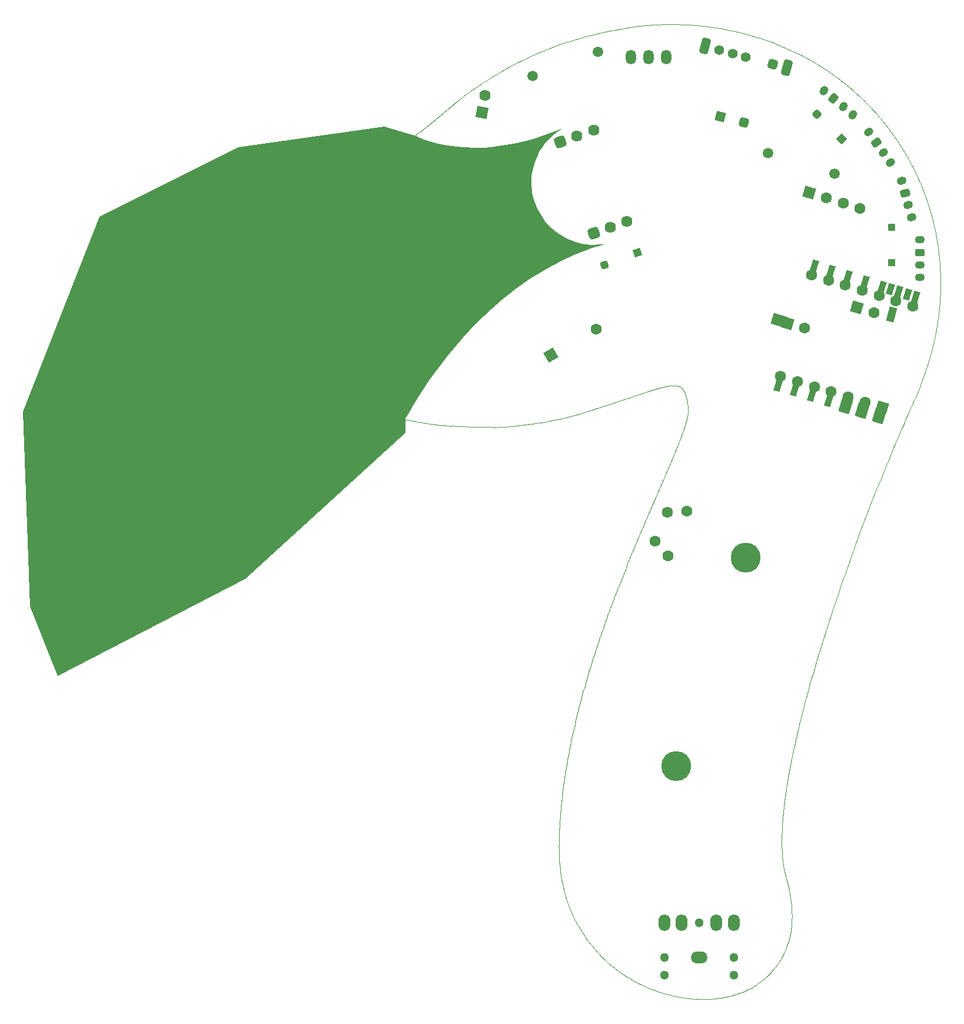
<source format=gts>
G04*
G04 #@! TF.GenerationSoftware,Altium Limited,Altium Designer,24.6.1 (21)*
G04*
G04 Layer_Color=8388736*
%FSLAX25Y25*%
%MOIN*%
G70*
G04*
G04 #@! TF.SameCoordinates,F1231132-C47A-4D83-8C5A-8FF387E60FE7*
G04*
G04*
G04 #@! TF.FilePolarity,Negative*
G04*
G01*
G75*
%ADD15C,0.00394*%
G04:AMPARAMS|DCode=23|XSize=43.31mil|YSize=82.68mil|CornerRadius=0mil|HoleSize=0mil|Usage=FLASHONLY|Rotation=345.000|XOffset=0mil|YOffset=0mil|HoleType=Round|Shape=Rectangle|*
%AMROTATEDRECTD23*
4,1,4,-0.03162,-0.03433,-0.01022,0.04553,0.03162,0.03433,0.01022,-0.04553,-0.03162,-0.03433,0.0*
%
%ADD23ROTATEDRECTD23*%

G04:AMPARAMS|DCode=24|XSize=82.68mil|YSize=62.99mil|CornerRadius=0mil|HoleSize=0mil|Usage=FLASHONLY|Rotation=163.000|XOffset=0mil|YOffset=0mil|HoleType=Round|Shape=Rectangle|*
%AMROTATEDRECTD24*
4,1,4,0.04874,0.01803,0.03032,-0.04221,-0.04874,-0.01803,-0.03032,0.04221,0.04874,0.01803,0.0*
%
%ADD24ROTATEDRECTD24*%

G04:AMPARAMS|DCode=25|XSize=62.99mil|YSize=35.43mil|CornerRadius=0mil|HoleSize=0mil|Usage=FLASHONLY|Rotation=73.000|XOffset=0mil|YOffset=0mil|HoleType=Round|Shape=Rectangle|*
%AMROTATEDRECTD25*
4,1,4,0.00773,-0.03530,-0.02615,-0.02494,-0.00773,0.03530,0.02615,0.02494,0.00773,-0.03530,0.0*
%
%ADD25ROTATEDRECTD25*%

G04:AMPARAMS|DCode=26|XSize=82.68mil|YSize=62.99mil|CornerRadius=0mil|HoleSize=0mil|Usage=FLASHONLY|Rotation=73.000|XOffset=0mil|YOffset=0mil|HoleType=Round|Shape=Rectangle|*
%AMROTATEDRECTD26*
4,1,4,0.01803,-0.04874,-0.04221,-0.03032,-0.01803,0.04874,0.04221,0.03032,0.01803,-0.04874,0.0*
%
%ADD26ROTATEDRECTD26*%

%ADD27C,0.06299*%
%ADD28P,0.08908X4X388.0*%
G04:AMPARAMS|DCode=29|XSize=43.31mil|YSize=55.12mil|CornerRadius=0mil|HoleSize=0mil|Usage=FLASHONLY|Rotation=140.000|XOffset=0mil|YOffset=0mil|HoleType=Round|Shape=Round|*
%AMOVALD29*
21,1,0.01181,0.04331,0.00000,0.00000,230.0*
1,1,0.04331,0.00380,0.00452*
1,1,0.04331,-0.00380,-0.00452*
%
%ADD29OVALD29*%

G04:AMPARAMS|DCode=30|XSize=43.31mil|YSize=55.12mil|CornerRadius=11.81mil|HoleSize=0mil|Usage=FLASHONLY|Rotation=140.000|XOffset=0mil|YOffset=0mil|HoleType=Round|Shape=RoundedRectangle|*
%AMROUNDEDRECTD30*
21,1,0.04331,0.03150,0,0,140.0*
21,1,0.01968,0.05512,0,0,140.0*
1,1,0.02362,0.00258,0.01839*
1,1,0.02362,0.01766,0.00574*
1,1,0.02362,-0.00258,-0.01839*
1,1,0.02362,-0.01766,-0.00574*
%
%ADD30ROUNDEDRECTD30*%
G04:AMPARAMS|DCode=31|XSize=43.31mil|YSize=55.12mil|CornerRadius=0mil|HoleSize=0mil|Usage=FLASHONLY|Rotation=125.000|XOffset=0mil|YOffset=0mil|HoleType=Round|Shape=Round|*
%AMOVALD31*
21,1,0.01181,0.04331,0.00000,0.00000,215.0*
1,1,0.04331,0.00484,0.00339*
1,1,0.04331,-0.00484,-0.00339*
%
%ADD31OVALD31*%

G04:AMPARAMS|DCode=32|XSize=43.31mil|YSize=55.12mil|CornerRadius=11.81mil|HoleSize=0mil|Usage=FLASHONLY|Rotation=125.000|XOffset=0mil|YOffset=0mil|HoleType=Round|Shape=RoundedRectangle|*
%AMROUNDEDRECTD32*
21,1,0.04331,0.03150,0,0,125.0*
21,1,0.01968,0.05512,0,0,125.0*
1,1,0.02362,0.00726,0.01709*
1,1,0.02362,0.01855,0.00097*
1,1,0.02362,-0.00726,-0.01709*
1,1,0.02362,-0.01855,-0.00097*
%
%ADD32ROUNDEDRECTD32*%
G04:AMPARAMS|DCode=33|XSize=43.31mil|YSize=55.12mil|CornerRadius=0mil|HoleSize=0mil|Usage=FLASHONLY|Rotation=105.000|XOffset=0mil|YOffset=0mil|HoleType=Round|Shape=Round|*
%AMOVALD33*
21,1,0.01181,0.04331,0.00000,0.00000,195.0*
1,1,0.04331,0.00570,0.00153*
1,1,0.04331,-0.00570,-0.00153*
%
%ADD33OVALD33*%

G04:AMPARAMS|DCode=34|XSize=43.31mil|YSize=55.12mil|CornerRadius=11.81mil|HoleSize=0mil|Usage=FLASHONLY|Rotation=105.000|XOffset=0mil|YOffset=0mil|HoleType=Round|Shape=RoundedRectangle|*
%AMROUNDEDRECTD34*
21,1,0.04331,0.03150,0,0,105.0*
21,1,0.01968,0.05512,0,0,105.0*
1,1,0.02362,0.01266,0.01358*
1,1,0.02362,0.01776,-0.00543*
1,1,0.02362,-0.01266,-0.01358*
1,1,0.02362,-0.01776,0.00543*
%
%ADD34ROUNDEDRECTD34*%
%ADD35O,0.05512X0.04331*%
G04:AMPARAMS|DCode=36|XSize=43.31mil|YSize=55.12mil|CornerRadius=11.81mil|HoleSize=0mil|Usage=FLASHONLY|Rotation=90.000|XOffset=0mil|YOffset=0mil|HoleType=Round|Shape=RoundedRectangle|*
%AMROUNDEDRECTD36*
21,1,0.04331,0.03150,0,0,90.0*
21,1,0.01968,0.05512,0,0,90.0*
1,1,0.02362,0.01575,0.00984*
1,1,0.02362,0.01575,-0.00984*
1,1,0.02362,-0.01575,-0.00984*
1,1,0.02362,-0.01575,0.00984*
%
%ADD36ROUNDEDRECTD36*%
%ADD37C,0.06394*%
G04:AMPARAMS|DCode=38|XSize=63.94mil|YSize=63.94mil|CornerRadius=16.97mil|HoleSize=0mil|Usage=FLASHONLY|Rotation=200.000|XOffset=0mil|YOffset=0mil|HoleType=Round|Shape=RoundedRectangle|*
%AMROUNDEDRECTD38*
21,1,0.06394,0.03000,0,0,200.0*
21,1,0.03000,0.06394,0,0,200.0*
1,1,0.03394,-0.01923,0.00897*
1,1,0.03394,0.00897,0.01923*
1,1,0.03394,0.01923,-0.00897*
1,1,0.03394,-0.00897,-0.01923*
%
%ADD38ROUNDEDRECTD38*%
%ADD39P,0.06125X4X245.0*%
G04:AMPARAMS|DCode=40|XSize=43.31mil|YSize=43.31mil|CornerRadius=11.81mil|HoleSize=0mil|Usage=FLASHONLY|Rotation=200.000|XOffset=0mil|YOffset=0mil|HoleType=Round|Shape=RoundedRectangle|*
%AMROUNDEDRECTD40*
21,1,0.04331,0.01968,0,0,200.0*
21,1,0.01968,0.04331,0,0,200.0*
1,1,0.02362,-0.01262,0.00588*
1,1,0.02362,0.00588,0.01262*
1,1,0.02362,0.01262,-0.00588*
1,1,0.02362,-0.00588,-0.01262*
%
%ADD40ROUNDEDRECTD40*%
%ADD41C,0.05906*%
%ADD42P,0.07517X4X390.0*%
G04:AMPARAMS|DCode=43|XSize=53.15mil|YSize=53.15mil|CornerRadius=14.27mil|HoleSize=0mil|Usage=FLASHONLY|Rotation=345.000|XOffset=0mil|YOffset=0mil|HoleType=Round|Shape=RoundedRectangle|*
%AMROUNDEDRECTD43*
21,1,0.05315,0.02461,0,0,345.0*
21,1,0.02461,0.05315,0,0,345.0*
1,1,0.02854,0.00870,-0.01507*
1,1,0.02854,-0.01507,-0.00870*
1,1,0.02854,-0.00870,0.01507*
1,1,0.02854,0.01507,0.00870*
%
%ADD43ROUNDEDRECTD43*%
%ADD44P,0.08908X4X165.0*%
%ADD45C,0.06299*%
%ADD46P,0.09042X4X305.0*%
%ADD47O,0.05906X0.08268*%
G04:AMPARAMS|DCode=48|XSize=90.55mil|YSize=51.18mil|CornerRadius=13.78mil|HoleSize=0mil|Usage=FLASHONLY|Rotation=255.000|XOffset=0mil|YOffset=0mil|HoleType=Round|Shape=RoundedRectangle|*
%AMROUNDEDRECTD48*
21,1,0.09055,0.02362,0,0,255.0*
21,1,0.06299,0.05118,0,0,255.0*
1,1,0.02756,-0.01956,-0.02737*
1,1,0.02756,-0.00326,0.03348*
1,1,0.02756,0.01956,0.02737*
1,1,0.02756,0.00326,-0.03348*
%
%ADD48ROUNDEDRECTD48*%
%ADD49C,0.05512*%
G04:AMPARAMS|DCode=50|XSize=55.12mil|YSize=55.12mil|CornerRadius=14.76mil|HoleSize=0mil|Usage=FLASHONLY|Rotation=165.000|XOffset=0mil|YOffset=0mil|HoleType=Round|Shape=RoundedRectangle|*
%AMROUNDEDRECTD50*
21,1,0.05512,0.02559,0,0,165.0*
21,1,0.02559,0.05512,0,0,165.0*
1,1,0.02953,-0.00905,0.01567*
1,1,0.02953,0.01567,0.00905*
1,1,0.02953,0.00905,-0.01567*
1,1,0.02953,-0.01567,-0.00905*
%
%ADD50ROUNDEDRECTD50*%
%ADD51R,0.04331X0.04331*%
G04:AMPARAMS|DCode=52|XSize=43.31mil|YSize=43.31mil|CornerRadius=11.81mil|HoleSize=0mil|Usage=FLASHONLY|Rotation=90.000|XOffset=0mil|YOffset=0mil|HoleType=Round|Shape=RoundedRectangle|*
%AMROUNDEDRECTD52*
21,1,0.04331,0.01968,0,0,90.0*
21,1,0.01968,0.04331,0,0,90.0*
1,1,0.02362,0.00984,0.00984*
1,1,0.02362,0.00984,-0.00984*
1,1,0.02362,-0.00984,-0.00984*
1,1,0.02362,-0.00984,0.00984*
%
%ADD52ROUNDEDRECTD52*%
%ADD53P,0.06125X4X180.0*%
G04:AMPARAMS|DCode=54|XSize=43.31mil|YSize=43.31mil|CornerRadius=11.81mil|HoleSize=0mil|Usage=FLASHONLY|Rotation=135.000|XOffset=0mil|YOffset=0mil|HoleType=Round|Shape=RoundedRectangle|*
%AMROUNDEDRECTD54*
21,1,0.04331,0.01968,0,0,135.0*
21,1,0.01968,0.04331,0,0,135.0*
1,1,0.02362,0.00000,0.01392*
1,1,0.02362,0.01392,0.00000*
1,1,0.02362,0.00000,-0.01392*
1,1,0.02362,-0.01392,0.00000*
%
%ADD54ROUNDEDRECTD54*%
%ADD55C,0.05118*%
%ADD56O,0.06693X0.09449*%
%ADD57O,0.09449X0.06693*%
%ADD58C,0.16929*%
G36*
X18141Y451839D02*
X15296Y449809D01*
X13006Y448043D01*
X10329Y445477D01*
X8977Y444014D01*
X7294Y441862D01*
X5058Y438219D01*
X3761Y435680D01*
X2685Y432700D01*
X1250Y427844D01*
X726Y424256D01*
X643Y420310D01*
X947Y415536D01*
X1736Y412410D01*
X2555Y409738D01*
X3466Y407037D01*
X5227Y404032D01*
X6775Y401391D01*
X8292Y399206D01*
X10630Y396687D01*
X12451Y394774D01*
X15486Y392498D01*
X18218Y390646D01*
X21406Y388916D01*
X26687Y387003D01*
X30481Y386154D01*
X35429Y385698D01*
X38859Y386032D01*
X42224Y386175D01*
X36038Y384310D01*
X24578Y379986D01*
X17652Y376689D01*
X9506Y372501D01*
X2Y366668D01*
X-7916Y361113D01*
X-16093Y354671D01*
X-22238Y349336D01*
X-30246Y341704D01*
X-38169Y333334D01*
X-47170Y322721D01*
X-57496Y308878D01*
X-65766Y296144D01*
X-68842Y290863D01*
X-70784Y287269D01*
X-70866Y279528D01*
X-161417Y196850D01*
X-267717Y141732D01*
X-283465Y181102D01*
X-287402Y291339D01*
X-244094Y401575D01*
X-165354Y440945D01*
X-82677Y452756D01*
X-64612Y447249D01*
X-61188Y445807D01*
X-57007Y444389D01*
X-52270Y443119D01*
X-47131Y442080D01*
X-41765Y441334D01*
X-37657Y440974D01*
X-31052Y440764D01*
X-26794Y440857D01*
X-22558Y441122D01*
X-18377Y441547D01*
X-13588Y442233D01*
X-7684Y443356D01*
X-5140Y443936D01*
X-824Y445051D01*
X2899Y446140D01*
X6343Y447255D01*
X9262Y448278D01*
X12827Y449627D01*
X18141Y451839D01*
D02*
G37*
D15*
X-255109Y173189D02*
G03*
X-255638Y172660I0J-528D01*
G01*
X-45101Y283159D02*
G03*
X-30108Y282443I17760J214594D01*
G01*
D02*
G03*
X-24479Y282445I2753J213889D01*
G01*
Y282445D02*
G03*
X-20366Y282540I-2848J211666D01*
G01*
X84587Y305479D02*
G03*
X84487Y305530I-2368J-4578D01*
G01*
X84686Y305427D02*
G03*
X84587Y305479I-2439J-4472D01*
G01*
X84807Y305358D02*
G03*
X84686Y305427I-2534J-4356D01*
G01*
X85202Y305103D02*
G03*
X84807Y305358I-2893J-4039D01*
G01*
X85400Y304953D02*
G03*
X85202Y305103I-3101J-3902D01*
G01*
X85508Y304866D02*
G03*
X85400Y304953I-3243J-3859D01*
G01*
X85592Y304793D02*
G03*
X85507Y304866I-3362J-3828D01*
G01*
X85674Y304719D02*
G03*
X85592Y304793I-3485J-3800D01*
G01*
X16123Y45327D02*
G03*
X16122Y44351I110923J-534D01*
G01*
X18880Y21184D02*
G03*
X19304Y19531I86389J21256D01*
G01*
X19304Y19531D02*
G03*
X19756Y17899I84987J22649D01*
G01*
X19756D02*
G03*
X20235Y16289I83629J24020D01*
G01*
D02*
G03*
X20828Y14439I82248J25352D01*
G01*
D02*
G03*
X21457Y12619I80772J26908D01*
G01*
D02*
G03*
X22220Y10575I79295J28424D01*
G01*
D02*
G03*
X23132Y8323I77687J30139D01*
G01*
X23132Y8323D02*
G03*
X24210Y5878I75967J32050D01*
G01*
X24210D02*
G03*
X25711Y2792I74091J34127D01*
G01*
X25711D02*
G03*
X40178Y-17135I71084J36393D01*
G01*
X40178D02*
G03*
X44797Y-21429I57234J56927D01*
G01*
X44797Y-21429D02*
G03*
X49097Y-24879I53161J61854D01*
G01*
D02*
G03*
X73149Y-37350I49867J66744D01*
G01*
Y-37350D02*
G03*
X76822Y-38454I25532J78344D01*
G01*
D02*
G03*
X79641Y-39175I21628J78611D01*
G01*
X79641Y-39175D02*
G03*
X82030Y-39704I18607J78481D01*
G01*
Y-39704D02*
G03*
X83985Y-40079I16046J78173D01*
G01*
X83985D02*
G03*
X85721Y-40371I13947J77749D01*
G01*
X85721D02*
G03*
X87455Y-40622I12082J77212D01*
G01*
X87455D02*
G03*
X88969Y-40810I10235J76625D01*
G01*
Y-40810D02*
G03*
X90481Y-40966I8626J75975D01*
G01*
X94347Y-41227D02*
G03*
X95628Y-41269I3026J73085D01*
G01*
X128412Y-32917D02*
G03*
X129206Y-32394I-24390J37933D01*
G01*
Y-32394D02*
G03*
X129988Y-31855I-24881J36960D01*
G01*
X129989D02*
G03*
X130758Y-31301I-25368J36002D01*
G01*
X130758Y-31301D02*
G03*
X131514Y-30730I-25851J35059D01*
G01*
Y-30730D02*
G03*
X132257Y-30144I-26332J34132D01*
G01*
D02*
G03*
X133131Y-29419I-26788J33190D01*
G01*
X133131Y-29419D02*
G03*
X134125Y-28545I-27346J32095D01*
G01*
D02*
G03*
X135227Y-27507I-28012J30859D01*
G01*
X135227D02*
G03*
X136423Y-26291I-28797J29497D01*
G01*
Y-26291D02*
G03*
X140265Y-21549I-29550J27874D01*
G01*
X140265Y-21549D02*
G03*
X141834Y-19101I-33491J23193D01*
G01*
Y-19101D02*
G03*
X142701Y-17563I-35453J20979D01*
G01*
X142701D02*
G03*
X143334Y-16331I-36727J19660D01*
G01*
D02*
G03*
X143848Y-15250I-37785J18637D01*
G01*
Y-15250D02*
G03*
X144256Y-14331I-38726J17752D01*
G01*
D02*
G03*
X144645Y-13397I-39578J17025D01*
G01*
X144645D02*
G03*
X144943Y-12638I-40415J16271D01*
G01*
D02*
G03*
X145228Y-11868I-41149J15678D01*
G01*
X145228Y-11868D02*
G03*
X145500Y-11089I-41909J15080D01*
G01*
Y-11089D02*
G03*
X145760Y-10299I-42695J14474D01*
G01*
D02*
G03*
X146007Y-9499I-43508J13860D01*
G01*
X142339Y48237D02*
G03*
X142339Y47839I122830J-80D01*
G01*
X196084Y247448D02*
G03*
X185735Y220481I1235180J-489509D01*
G01*
X220932Y306135D02*
G03*
X222032Y308936I-156376J63057D01*
G01*
X222032D02*
G03*
X223075Y311737I-155777J59605D01*
G01*
X223075Y311737D02*
G03*
X224061Y314537I-155194J56215D01*
G01*
D02*
G03*
X225072Y317591I-154558J52861D01*
G01*
X225072D02*
G03*
X226016Y320643I-153959J49292D01*
G01*
X226016D02*
G03*
X226963Y323946I-153316J45766D01*
G01*
D02*
G03*
X227897Y327499I-152651J42020D01*
G01*
D02*
G03*
X228799Y331300I-151966J38062D01*
G01*
D02*
G03*
X229649Y335346I-151265J33902D01*
G01*
D02*
G03*
X230428Y339634I-150549J29549D01*
G01*
Y339634D02*
G03*
X231148Y344411I-149780J25003D01*
G01*
D02*
G03*
X231785Y349919I-148933J20016D01*
G01*
X231785Y349919D02*
G03*
X232257Y356143I-148016J14358D01*
G01*
Y356143D02*
G03*
X232476Y363555I-146978J8053D01*
G01*
D02*
G03*
X232175Y373566I-145696J637D01*
G01*
X232175D02*
G03*
X224420Y411781I-143414J-9207D01*
G01*
X224420D02*
G03*
X208300Y444133I-136090J-47621D01*
G01*
D02*
G03*
X181544Y474239I-121302J-80863D01*
G01*
D02*
G03*
X153033Y493281I-95363J-111917D01*
G01*
X153033D02*
G03*
X138017Y499930I-67568J-132322D01*
G01*
X137105Y500271D02*
G03*
X131645Y502191I-57253J-154077D01*
G01*
X131645Y502191D02*
G03*
X107981Y508116I-51023J-153583D01*
G01*
X107981D02*
G03*
X98438Y509462I-27471J-160248D01*
G01*
D02*
G03*
X92283Y510028I-18123J-163320D01*
G01*
X92283Y510028D02*
G03*
X87267Y510318I-12095J-165598D01*
G01*
Y510318D02*
G03*
X82936Y510447I-7153J-167609D01*
G01*
Y510447D02*
G03*
X79064Y510468I-2851J-169452D01*
G01*
Y510468D02*
G03*
X75432Y510407I1031J-171198D01*
G01*
D02*
G03*
X72036Y510281I4710J-172882D01*
G01*
X72036D02*
G03*
X68663Y510090I8190J-174546D01*
G01*
D02*
G03*
X65522Y509854I11684J-176173D01*
G01*
D02*
G03*
X62403Y509563I14979J-177763D01*
G01*
X21440Y500698D02*
G03*
X17845Y499472I65294J-197418D01*
G01*
D02*
G03*
X13787Y498000I69593J-198197D01*
G01*
D02*
G03*
X-10059Y487370I75298J-200971D01*
G01*
X-10059D02*
G03*
X-13434Y485573I98074J-188285D01*
G01*
X-74240Y442558D02*
G03*
X-70126Y444739I-29602J60806D01*
G01*
X-176741Y424061D02*
G03*
X-178580Y423493I30874J-103296D01*
G01*
D02*
G03*
X-180595Y422829I32371J-101654D01*
G01*
Y422829D02*
G03*
X-182777Y422060I34033J-99954D01*
G01*
D02*
G03*
X-185503Y421021I35838J-98153D01*
G01*
D02*
G03*
X-201701Y412867I37754J-95161D01*
G01*
Y412867D02*
G03*
X-204839Y410842I54493J-87881D01*
G01*
D02*
G03*
X-207091Y409287I58230J-86751D01*
G01*
X-207091D02*
G03*
X-208981Y407913I61106J-86074D01*
G01*
Y407913D02*
G03*
X-210683Y406621I63664J-85598D01*
G01*
X-210683D02*
G03*
X-212203Y405421I66073J-85221D01*
G01*
X-280785Y256060D02*
G03*
X-283147Y235874I304201J-45816D01*
G01*
D02*
G03*
X-283558Y230361I304871J-25499D01*
G01*
X-284190Y211660D02*
G03*
X-284189Y210761I269781J-277D01*
G01*
X-274493Y162503D02*
G03*
X-274384Y162416I4827J5947D01*
G01*
Y162416D02*
G03*
X-274251Y162314I4667J5969D01*
G01*
D02*
G03*
X-273273Y161696I4437J5936D01*
G01*
X-260283Y159120D02*
G03*
X-260193Y159161I-2264J5082D01*
G01*
X-260193Y159161D02*
G03*
X-260104Y159203I-2327J4983D01*
G01*
D02*
G03*
X-260016Y159247I-2390J4888D01*
G01*
D02*
G03*
X-259912Y159302I-2452J4793D01*
G01*
X-259911Y159302D02*
G03*
X-259791Y159369I-2528J4685D01*
G01*
D02*
G03*
X-259655Y159450I-2620J4567D01*
G01*
D02*
G03*
X-258962Y159960I-2704J4403D01*
G01*
D02*
G03*
X-258795Y160111I-3423J3924D01*
G01*
Y160111D02*
G03*
X-258677Y160227I-3629J3814D01*
G01*
X-258677D02*
G03*
X-258591Y160317I-3787J3738D01*
G01*
D02*
G03*
X-258505Y160410I-3917J3688D01*
G01*
Y160410D02*
G03*
X-258435Y160489I-4048J3637D01*
G01*
D02*
G03*
X-258366Y160571I-4166J3599D01*
G01*
X-68880Y286548D02*
X-67803Y286372D01*
X-69901Y286636D02*
X-68880Y286548D01*
X-70600Y286550D02*
X-69901Y286636D01*
X-71272Y286346D02*
X-70600Y286550D01*
X-71892Y286015D02*
X-71272Y286346D01*
X-72742Y285273D02*
X-71892Y286015D01*
X-74109Y283971D02*
X-72742Y285273D01*
X-255638Y172654D02*
Y172660D01*
X-66259Y447130D02*
X-64115Y448597D01*
X-255109Y173189D02*
X-254901Y173171D01*
X-254692Y173154D01*
X-254482Y173139D01*
X-254272Y173126D01*
X-254061Y173114D01*
X-253919Y173107D01*
X-253778Y173101D01*
X-253636Y173095D01*
X-253493Y173090D01*
X-253351Y173085D01*
X-253208Y173082D01*
X-253064Y173079D01*
X-252921Y173076D01*
X-252777Y173074D01*
X-252632Y173073D01*
X-252487Y173073D01*
X-252342Y173073D01*
X-252197Y173074D01*
X-252051Y173075D01*
X-251905Y173077D01*
X-251759Y173080D01*
X-251612Y173083D01*
X-251465Y173088D01*
X-251318Y173092D01*
X-251170Y173098D01*
X-251022Y173103D01*
X-250874Y173110D01*
X-250725Y173117D01*
X-250576Y173125D01*
X-250427Y173133D01*
X-250277Y173142D01*
X-250127Y173152D01*
X-249977Y173162D01*
X-249827Y173173D01*
X-249676Y173185D01*
X-249524Y173197D01*
X-249373Y173210D01*
X-249221Y173223D01*
X-249069Y173237D01*
X-248917Y173251D01*
X-248764Y173266D01*
X-248611Y173282D01*
X-248458Y173298D01*
X-248304Y173315D01*
X-248150Y173333D01*
X-247996Y173351D01*
X-247842Y173369D01*
X-247687Y173389D01*
X-247532Y173408D01*
X-247377Y173429D01*
X-247221Y173450D01*
X-247065Y173471D01*
X-246909Y173493D01*
X-246752Y173516D01*
X-246596Y173539D01*
X-246439Y173563D01*
X-246281Y173587D01*
X-246124Y173612D01*
X-245966Y173638D01*
X-245808Y173664D01*
X-245649Y173690D01*
X-245490Y173717D01*
X-245331Y173745D01*
X-245172Y173773D01*
X-245013Y173802D01*
X-244853Y173831D01*
X-244693Y173861D01*
X-244532Y173892D01*
X-244372Y173923D01*
X-244211Y173954D01*
X-244050Y173986D01*
X-243888Y174018D01*
X-243727Y174051D01*
X-243565Y174085D01*
X-243403Y174119D01*
X-243240Y174154D01*
X-243078Y174189D01*
X-242915Y174224D01*
X-242752Y174260D01*
X-242588Y174297D01*
X-242425Y174334D01*
X-242261Y174372D01*
X-242096Y174410D01*
X-241932Y174449D01*
X-241768Y174488D01*
X-241603Y174528D01*
X-241438Y174568D01*
X-241272Y174608D01*
X-241107Y174650D01*
X-240941Y174691D01*
X-240775Y174733D01*
X-240608Y174776D01*
X-240442Y174819D01*
X-240275Y174862D01*
X-240108Y174906D01*
X-239941Y174951D01*
X-239773Y174996D01*
X-239606Y175041D01*
X-239438Y175087D01*
X-239270Y175134D01*
X-239101Y175180D01*
X-238933Y175228D01*
X-238764Y175276D01*
X-238595Y175324D01*
X-238426Y175372D01*
X-238256Y175422D01*
X-238087Y175471D01*
X-237917Y175521D01*
X-237747Y175572D01*
X-237576Y175622D01*
X-237406Y175674D01*
X-237235Y175726D01*
X-237064Y175778D01*
X-236893Y175830D01*
X-236722Y175884D01*
X-236550Y175937D01*
X-236379Y175991D01*
X-236207Y176046D01*
X-236035Y176100D01*
X-235862Y176155D01*
X-235690Y176211D01*
X-235517Y176267D01*
X-235344Y176324D01*
X-235171Y176381D01*
X-234998Y176438D01*
X-234824Y176496D01*
X-234651Y176554D01*
X-234477Y176612D01*
X-234303Y176671D01*
X-234129Y176730D01*
X-233954Y176790D01*
X-233780Y176850D01*
X-233605Y176911D01*
X-233430Y176972D01*
X-233255Y177033D01*
X-233080Y177094D01*
X-232904Y177157D01*
X-232729Y177219D01*
X-232553Y177282D01*
X-232377Y177345D01*
X-232201Y177409D01*
X-232025Y177472D01*
X-231848Y177537D01*
X-231672Y177602D01*
X-231495Y177666D01*
X-231318Y177732D01*
X-231141Y177798D01*
X-230964Y177864D01*
X-230786Y177930D01*
X-230609Y177997D01*
X-230431Y178064D01*
X-230253Y178132D01*
X-230075Y178200D01*
X-229897Y178268D01*
X-229719Y178337D01*
X-229540Y178405D01*
X-229362Y178475D01*
X-229183Y178544D01*
X-229004Y178614D01*
X-228825Y178684D01*
X-228646Y178755D01*
X-228466Y178826D01*
X-228287Y178897D01*
X-228107Y178969D01*
X-227927Y179041D01*
X-227748Y179113D01*
X-227568Y179185D01*
X-227387Y179258D01*
X-227207Y179331D01*
X-227027Y179405D01*
X-226846Y179479D01*
X-226666Y179553D01*
X-226485Y179627D01*
X-226304Y179702D01*
X-226123Y179777D01*
X-225942Y179852D01*
X-225761Y179928D01*
X-225579Y180004D01*
X-225398Y180080D01*
X-225216Y180156D01*
X-225034Y180233D01*
X-224852Y180310D01*
X-224671Y180387D01*
X-224488Y180465D01*
X-224306Y180543D01*
X-224124Y180621D01*
X-223942Y180699D01*
X-223759Y180778D01*
X-223577Y180857D01*
X-223394Y180936D01*
X-223211Y181016D01*
X-223028Y181095D01*
X-222845Y181175D01*
X-222662Y181256D01*
X-222479Y181336D01*
X-222296Y181417D01*
X-222112Y181498D01*
X-221929Y181579D01*
X-221745Y181661D01*
X-221562Y181742D01*
X-221378Y181824D01*
X-221194Y181907D01*
X-221010Y181989D01*
X-220826Y182072D01*
X-220642Y182155D01*
X-220458Y182238D01*
X-220274Y182321D01*
X-220090Y182405D01*
X-219905Y182489D01*
X-219721Y182573D01*
X-219536Y182657D01*
X-219352Y182742D01*
X-219167Y182826D01*
X-218982Y182911D01*
X-218798Y182996D01*
X-218613Y183082D01*
X-218428Y183168D01*
X-218243Y183253D01*
X-218058Y183339D01*
X-217873Y183425D01*
X-217687Y183512D01*
X-217502Y183598D01*
X-217317Y183685D01*
X-217131Y183772D01*
X-216946Y183859D01*
X-216761Y183947D01*
X-216575Y184034D01*
X-216390Y184122D01*
X-216204Y184210D01*
X-216018Y184298D01*
X-215833Y184386D01*
X-215647Y184474D01*
X-215461Y184563D01*
X-215275Y184652D01*
X-215089Y184740D01*
X-214903Y184829D01*
X-214717Y184919D01*
X-214531Y185008D01*
X-214345Y185098D01*
X-214159Y185187D01*
X-213973Y185277D01*
X-213787Y185367D01*
X-213601Y185457D01*
X-213415Y185548D01*
X-213228Y185638D01*
X-213042Y185729D01*
X-212856Y185819D01*
X-212670Y185910D01*
X-212483Y186001D01*
X-212297Y186092D01*
X-212110Y186184D01*
X-211924Y186275D01*
X-211738Y186367D01*
X-211551Y186458D01*
X-211365Y186550D01*
X-211178Y186642D01*
X-210992Y186734D01*
X-210806Y186826D01*
X-210619Y186918D01*
X-210433Y187011D01*
X-210246Y187103D01*
X-210059Y187196D01*
X-209873Y187288D01*
X-209686Y187381D01*
X-209500Y187474D01*
X-209314Y187567D01*
X-209127Y187660D01*
X-208941Y187753D01*
X-208754Y187847D01*
X-208568Y187940D01*
X-208381Y188033D01*
X-208195Y188127D01*
X-208008Y188221D01*
X-207822Y188314D01*
X-207635Y188408D01*
X-207449Y188502D01*
X-207262Y188596D01*
X-207076Y188690D01*
X-206983Y188737D01*
X-206890Y188784D01*
X-206796Y188831D01*
X-206703Y188878D01*
X-206610Y188925D01*
X-206517Y188972D01*
X-206424Y189019D01*
X-206330Y189066D01*
X-206237Y189113D01*
X-206144Y189161D01*
X-206051Y189208D01*
X-205958Y189255D01*
X-205865Y189302D01*
X-205772Y189349D01*
X-205679Y189397D01*
X-205586Y189444D01*
X-205492Y189491D01*
X-205399Y189538D01*
X-205306Y189585D01*
X-205213Y189633D01*
X-205120Y189680D01*
X-205027Y189727D01*
X-204934Y189775D01*
X-204841Y189822D01*
X-204748Y189869D01*
X-204655Y189917D01*
X-204562Y189964D01*
X-204469Y190012D01*
X-204376Y190059D01*
X-204283Y190106D01*
X-204190Y190154D01*
X-204097Y190201D01*
X-204004Y190249D01*
X-203911Y190296D01*
X-203818Y190343D01*
X-203725Y190391D01*
X-203632Y190438D01*
X-203539Y190486D01*
X-203446Y190533D01*
X-203353Y190581D01*
X-203260Y190628D01*
X-203168Y190676D01*
X-203075Y190723D01*
X-202982Y190771D01*
X-202889Y190818D01*
X-202796Y190866D01*
X-202703Y190913D01*
X-202611Y190961D01*
X-202518Y191008D01*
X-202425Y191056D01*
X-202332Y191103D01*
X-202240Y191151D01*
X-202147Y191198D01*
X-202054Y191246D01*
X-201961Y191293D01*
X-201869Y191341D01*
X-201776Y191388D01*
X-201683Y191436D01*
X-201591Y191483D01*
X-201498Y191531D01*
X-201406Y191579D01*
X-201313Y191626D01*
X-201220Y191674D01*
X-201128Y191721D01*
X-201035Y191769D01*
X-200943Y191816D01*
X-200850Y191864D01*
X-200758Y191911D01*
X-200665Y191959D01*
X-200573Y192007D01*
X-200480Y192054D01*
X-200388Y192102D01*
X-200295Y192149D01*
X-200203Y192197D01*
X-200110Y192244D01*
X-200018Y192292D01*
X-199926Y192339D01*
X-199833Y192387D01*
X-199741Y192434D01*
X-199649Y192482D01*
X-199556Y192529D01*
X-199464Y192577D01*
X-199372Y192624D01*
X-199279Y192672D01*
X-199187Y192719D01*
X-199095Y192767D01*
X-199003Y192814D01*
X-198911Y192861D01*
X-198819Y192909D01*
X-198726Y192956D01*
X-198634Y193004D01*
X-198542Y193051D01*
X-198450Y193099D01*
X-198358Y193146D01*
X-198266Y193193D01*
X-198174Y193241D01*
X-198082Y193288D01*
X-197990Y193336D01*
X-197898Y193383D01*
X-197806Y193430D01*
X-197714Y193478D01*
X-197623Y193525D01*
X-197531Y193572D01*
X-197439Y193620D01*
X-197347Y193667D01*
X-197255Y193714D01*
X-197163Y193762D01*
X-197072Y193809D01*
X-196980Y193856D01*
X-196888Y193903D01*
X-196797Y193950D01*
X-196705Y193998D01*
X-196613Y194045D01*
X-196522Y194092D01*
X-196430Y194139D01*
X-196338Y194186D01*
X-196247Y194234D01*
X-196155Y194281D01*
X-196064Y194328D01*
X-195972Y194375D01*
X-195881Y194422D01*
X-195790Y194469D01*
X-195698Y194516D01*
X-195607Y194563D01*
X-195515Y194610D01*
X-195424Y194657D01*
X-195333Y194704D01*
X-195241Y194751D01*
X-195150Y194798D01*
X-195059Y194845D01*
X-194968Y194892D01*
X-194877Y194939D01*
X-194785Y194986D01*
X-194694Y195032D01*
X-194603Y195079D01*
X-194512Y195126D01*
X-194421Y195173D01*
X-194330Y195220D01*
X-194239Y195266D01*
X-194148Y195313D01*
X-194057Y195360D01*
X-193966Y195406D01*
X-193876Y195453D01*
X-193785Y195500D01*
X-193694Y195546D01*
X-193603Y195593D01*
X-193512Y195640D01*
X-193422Y195686D01*
X-193331Y195732D01*
X-193240Y195779D01*
X-193150Y195826D01*
X-193059Y195872D01*
X-192969Y195918D01*
X-192878Y195965D01*
X-192788Y196011D01*
X-192697Y196057D01*
X-192607Y196104D01*
X-192516Y196150D01*
X-192426Y196196D01*
X-192335Y196243D01*
X-192245Y196289D01*
X-192155Y196335D01*
X-192064Y196381D01*
X-191974Y196427D01*
X-191884Y196473D01*
X-191794Y196519D01*
X-191704Y196565D01*
X-191614Y196611D01*
X-191524Y196658D01*
X-191434Y196704D01*
X-191344Y196749D01*
X-191254Y196795D01*
X-191164Y196841D01*
X-191074Y196887D01*
X-190984Y196933D01*
X-190894Y196979D01*
X-190804Y197024D01*
X-190715Y197070D01*
X-190625Y197116D01*
X-190535Y197161D01*
X-190445Y197207D01*
X-190356Y197253D01*
X-190266Y197298D01*
X-190177Y197344D01*
X-190087Y197389D01*
X-189997Y197434D01*
X-189908Y197480D01*
X-189819Y197525D01*
X-189729Y197571D01*
X-189640Y197616D01*
X-189551Y197661D01*
X-189461Y197706D01*
X-189372Y197752D01*
X-189283Y197797D01*
X-189194Y197842D01*
X-189105Y197887D01*
X-189015Y197932D01*
X-188926Y197977D01*
X-188837Y198022D01*
X-188749Y198067D01*
X-188660Y198112D01*
X-188571Y198157D01*
X-188482Y198202D01*
X-188393Y198247D01*
X-188304Y198291D01*
X-188215Y198336D01*
X-188127Y198381D01*
X-188038Y198425D01*
X-187949Y198470D01*
X-187861Y198514D01*
X-187772Y198559D01*
X-187684Y198603D01*
X-187595Y198648D01*
X-187507Y198692D01*
X-187418Y198737D01*
X-187330Y198781D01*
X-187242Y198825D01*
X-187153Y198869D01*
X-187065Y198913D01*
X-186977Y198958D01*
X-186801Y199046D01*
X-186625Y199134D01*
X-186449Y199221D01*
X-186273Y199309D01*
X-186098Y199396D01*
X-185922Y199484D01*
X-185747Y199571D01*
X-185572Y199657D01*
X-185397Y199744D01*
X-185222Y199831D01*
X-185048Y199917D01*
X-184873Y200003D01*
X-184699Y200089D01*
X-184525Y200174D01*
X-184352Y200260D01*
X-184178Y200345D01*
X-184004Y200430D01*
X-183831Y200515D01*
X-183658Y200600D01*
X-183485Y200684D01*
X-183313Y200768D01*
X-183140Y200852D01*
X-182968Y200936D01*
X-182796Y201019D01*
X-182624Y201103D01*
X-182452Y201186D01*
X-182281Y201268D01*
X-182110Y201351D01*
X-181939Y201433D01*
X-181768Y201516D01*
X-181597Y201597D01*
X-181427Y201679D01*
X-181256Y201760D01*
X-181086Y201841D01*
X-180916Y201922D01*
X-180747Y202003D01*
X-180577Y202083D01*
X-180408Y202163D01*
X-180239Y202243D01*
X-180070Y202323D01*
X-179902Y202402D01*
X-179734Y202481D01*
X-179566Y202560D01*
X-179398Y202639D01*
X-179230Y202717D01*
X-179063Y202795D01*
X-178895Y202872D01*
X-178728Y202950D01*
X-178562Y203027D01*
X-178395Y203104D01*
X-178229Y203181D01*
X-178063Y203257D01*
X-177897Y203333D01*
X-177732Y203408D01*
X-177566Y203484D01*
X-177401Y203559D01*
X-177236Y203634D01*
X-177072Y203708D01*
X-176907Y203783D01*
X-176743Y203856D01*
X-176579Y203930D01*
X-176416Y204003D01*
X-176252Y204076D01*
X-176089Y204149D01*
X-175926Y204221D01*
X-175764Y204293D01*
X-175601Y204365D01*
X-175439Y204436D01*
X-175277Y204507D01*
X-175116Y204578D01*
X-174954Y204649D01*
X-174794Y204719D01*
X-174633Y204788D01*
X-174472Y204858D01*
X-174312Y204927D01*
X-174152Y204996D01*
X-173992Y205064D01*
X-173833Y205132D01*
X-173673Y205200D01*
X-173514Y205267D01*
X-173356Y205334D01*
X-173197Y205401D01*
X-173039Y205467D01*
X-172881Y205533D01*
X-172724Y205598D01*
X-172567Y205664D01*
X-172409Y205728D01*
X-172253Y205793D01*
X-172096Y205857D01*
X-171940Y205921D01*
X-171784Y205984D01*
X-171629Y206047D01*
X-171474Y206110D01*
X-171318Y206172D01*
X-171164Y206234D01*
X-171009Y206295D01*
X-170855Y206356D01*
X-170702Y206417D01*
X-170548Y206477D01*
X-170395Y206537D01*
X-170242Y206596D01*
X-170089Y206656D01*
X-169937Y206714D01*
X-169785Y206772D01*
X-169633Y206830D01*
X-169406Y206916D01*
X-169330Y206945D01*
X-169254Y206974D01*
X-169178Y207004D01*
X-169102Y207033D01*
X-169025Y207064D01*
X-168948Y207094D01*
X-168870Y207125D01*
X-168792Y207156D01*
X-168714Y207188D01*
X-168636Y207220D01*
X-168558Y207252D01*
X-168479Y207285D01*
X-168400Y207318D01*
X-168320Y207351D01*
X-168241Y207385D01*
X-168161Y207419D01*
X-168080Y207454D01*
X-168000Y207489D01*
X-167919Y207524D01*
X-167838Y207559D01*
X-167757Y207595D01*
X-167675Y207631D01*
X-167593Y207668D01*
X-167511Y207705D01*
X-167429Y207742D01*
X-167346Y207780D01*
X-167263Y207818D01*
X-167180Y207856D01*
X-167096Y207895D01*
X-167013Y207934D01*
X-166929Y207973D01*
X-166844Y208013D01*
X-166760Y208053D01*
X-166675Y208093D01*
X-166590Y208134D01*
X-166505Y208175D01*
X-166419Y208216D01*
X-166333Y208258D01*
X-166247Y208300D01*
X-166161Y208343D01*
X-166074Y208385D01*
X-165987Y208428D01*
X-165900Y208472D01*
X-165812Y208516D01*
X-165725Y208560D01*
X-165637Y208604D01*
X-165549Y208649D01*
X-165460Y208694D01*
X-165371Y208739D01*
X-165282Y208785D01*
X-165193Y208831D01*
X-165104Y208877D01*
X-165014Y208924D01*
X-164924Y208971D01*
X-164834Y209018D01*
X-164743Y209066D01*
X-164653Y209114D01*
X-164562Y209162D01*
X-164470Y209211D01*
X-164379Y209260D01*
X-164287Y209309D01*
X-164195Y209359D01*
X-164103Y209409D01*
X-164011Y209459D01*
X-163918Y209509D01*
X-163825Y209560D01*
X-163732Y209612D01*
X-163638Y209663D01*
X-163545Y209715D01*
X-163451Y209767D01*
X-163357Y209819D01*
X-163262Y209872D01*
X-163168Y209925D01*
X-163073Y209979D01*
X-162978Y210032D01*
X-162883Y210086D01*
X-162787Y210140D01*
X-162691Y210195D01*
X-162595Y210250D01*
X-162499Y210305D01*
X-162403Y210361D01*
X-162306Y210416D01*
X-162209Y210472D01*
X-162112Y210529D01*
X-162015Y210586D01*
X-161917Y210643D01*
X-161819Y210700D01*
X-161721Y210757D01*
X-161623Y210815D01*
X-161524Y210874D01*
X-161426Y210932D01*
X-161327Y210991D01*
X-161227Y211050D01*
X-161128Y211109D01*
X-161028Y211169D01*
X-160929Y211229D01*
X-160828Y211289D01*
X-160728Y211350D01*
X-160628Y211411D01*
X-160527Y211472D01*
X-160426Y211533D01*
X-160325Y211595D01*
X-160224Y211657D01*
X-160122Y211719D01*
X-160020Y211782D01*
X-159918Y211844D01*
X-159816Y211908D01*
X-159714Y211971D01*
X-159611Y212035D01*
X-159508Y212099D01*
X-159405Y212163D01*
X-159302Y212227D01*
X-159198Y212292D01*
X-159095Y212357D01*
X-158991Y212422D01*
X-158887Y212488D01*
X-158783Y212554D01*
X-158678Y212620D01*
X-158469Y212753D01*
X-158258Y212888D01*
X-158047Y213023D01*
X-157835Y213159D01*
X-157622Y213297D01*
X-157409Y213435D01*
X-157194Y213575D01*
X-156979Y213716D01*
X-156763Y213857D01*
X-156547Y214000D01*
X-156329Y214144D01*
X-156111Y214289D01*
X-155893Y214434D01*
X-155673Y214581D01*
X-155453Y214729D01*
X-155231Y214878D01*
X-155010Y215028D01*
X-154787Y215178D01*
X-154564Y215330D01*
X-154340Y215483D01*
X-154115Y215637D01*
X-153890Y215791D01*
X-153664Y215947D01*
X-153438Y216104D01*
X-153210Y216261D01*
X-152982Y216420D01*
X-152754Y216579D01*
X-152524Y216739D01*
X-152295Y216900D01*
X-152064Y217063D01*
X-151833Y217226D01*
X-151601Y217390D01*
X-151368Y217554D01*
X-151135Y217720D01*
X-150901Y217887D01*
X-150667Y218054D01*
X-150432Y218223D01*
X-150197Y218392D01*
X-149961Y218562D01*
X-149724Y218733D01*
X-149487Y218905D01*
X-149249Y219077D01*
X-149010Y219250D01*
X-148771Y219425D01*
X-148532Y219600D01*
X-148292Y219776D01*
X-148051Y219952D01*
X-147810Y220130D01*
X-147568Y220308D01*
X-147326Y220487D01*
X-147083Y220667D01*
X-146840Y220847D01*
X-146596Y221029D01*
X-146352Y221211D01*
X-146107Y221394D01*
X-145862Y221577D01*
X-145616Y221762D01*
X-145370Y221947D01*
X-145123Y222132D01*
X-144876Y222319D01*
X-144629Y222506D01*
X-144380Y222694D01*
X-144132Y222883D01*
X-143883Y223072D01*
X-143634Y223262D01*
X-143384Y223453D01*
X-143133Y223644D01*
X-142883Y223836D01*
X-142632Y224029D01*
X-142380Y224222D01*
X-142128Y224416D01*
X-141876Y224611D01*
X-141623Y224806D01*
X-141370Y225003D01*
X-141117Y225199D01*
X-140863Y225396D01*
X-140609Y225594D01*
X-140354Y225793D01*
X-140099Y225992D01*
X-139844Y226191D01*
X-139588Y226391D01*
X-139332Y226592D01*
X-139076Y226793D01*
X-138819Y226995D01*
X-138562Y227198D01*
X-138305Y227401D01*
X-138047Y227605D01*
X-137789Y227809D01*
X-137531Y228013D01*
X-137273Y228219D01*
X-137014Y228424D01*
X-136755Y228630D01*
X-136496Y228837D01*
X-136236Y229045D01*
X-135976Y229252D01*
X-135716Y229461D01*
X-135456Y229669D01*
X-135195Y229878D01*
X-134934Y230088D01*
X-134673Y230298D01*
X-134412Y230509D01*
X-134150Y230720D01*
X-133757Y231037D01*
X-133364Y231356D01*
X-132971Y231675D01*
X-132577Y231996D01*
X-132182Y232317D01*
X-131787Y232639D01*
X-131392Y232962D01*
X-130996Y233286D01*
X-130601Y233611D01*
X-130204Y233937D01*
X-129808Y234263D01*
X-129411Y234590D01*
X-129014Y234918D01*
X-128617Y235247D01*
X-128219Y235576D01*
X-127822Y235906D01*
X-127424Y236237D01*
X-127026Y236568D01*
X-126627Y236900D01*
X-126229Y237233D01*
X-125831Y237566D01*
X-125432Y237900D01*
X-125034Y238234D01*
X-124635Y238569D01*
X-124237Y238904D01*
X-123838Y239240D01*
X-123440Y239576D01*
X-123041Y239913D01*
X-122643Y240250D01*
X-122245Y240587D01*
X-121846Y240925D01*
X-121448Y241263D01*
X-121050Y241602D01*
X-120653Y241941D01*
X-120255Y242280D01*
X-119858Y242619D01*
X-119460Y242959D01*
X-119063Y243299D01*
X-118667Y243639D01*
X-118270Y243979D01*
X-117874Y244319D01*
X-117347Y244773D01*
X-116820Y245228D01*
X-116293Y245682D01*
X-115768Y246136D01*
X-115243Y246591D01*
X-114719Y247045D01*
X-114195Y247499D01*
X-113673Y247954D01*
X-113152Y248408D01*
X-112631Y248862D01*
X-112112Y249315D01*
X-111593Y249769D01*
X-111076Y250222D01*
X-110560Y250674D01*
X-110045Y251126D01*
X-109532Y251578D01*
X-109019Y252029D01*
X-108509Y252479D01*
X-107872Y253041D01*
X-107238Y253602D01*
X-106606Y254162D01*
X-105976Y254720D01*
X-105350Y255276D01*
X-104725Y255832D01*
X-104104Y256385D01*
X-103485Y256937D01*
X-102869Y257487D01*
X-102135Y258145D01*
X-101404Y258799D01*
X-100679Y259451D01*
X-99958Y260099D01*
X-99242Y260743D01*
X-98413Y261491D01*
X-97592Y262233D01*
X-96777Y262969D01*
X-95857Y263804D01*
X-94833Y264734D01*
X-93824Y265653D01*
X-92719Y266661D01*
X-91417Y267851D01*
X-89830Y269307D01*
X-84604Y274131D01*
X-82542Y276048D01*
X-81437Y277079D01*
X-80617Y277845D01*
X-79982Y278440D01*
X-79440Y278947D01*
X-78913Y279442D01*
X-78472Y279856D01*
X-78042Y280260D01*
X-77692Y280589D01*
X-77349Y280911D01*
X-77015Y281227D01*
X-76753Y281474D01*
X-76495Y281716D01*
X-76243Y281954D01*
X-75996Y282188D01*
X-75754Y282416D01*
X-75577Y282584D01*
X-75402Y282750D01*
X-75230Y282912D01*
X-75061Y283072D01*
X-74895Y283229D01*
X-74732Y283383D01*
X-74572Y283535D01*
X-74415Y283684D01*
X-74261Y283829D01*
X-74111Y283972D01*
X-67803Y286372D02*
X-67721Y286355D01*
X-67598Y286329D01*
X-67472Y286303D01*
X-67344Y286276D01*
X-67213Y286249D01*
X-67081Y286222D01*
X-66946Y286194D01*
X-66808Y286166D01*
X-66669Y286138D01*
X-66528Y286109D01*
X-66384Y286080D01*
X-66238Y286051D01*
X-66090Y286022D01*
X-65939Y285992D01*
X-65787Y285962D01*
X-65632Y285932D01*
X-65475Y285902D01*
X-65263Y285861D01*
X-65046Y285819D01*
X-64826Y285778D01*
X-64602Y285736D01*
X-64375Y285693D01*
X-64143Y285650D01*
X-63908Y285607D01*
X-63669Y285564D01*
X-63427Y285520D01*
X-63180Y285476D01*
X-62867Y285421D01*
X-62549Y285365D01*
X-62224Y285309D01*
X-61894Y285253D01*
X-61559Y285196D01*
X-61218Y285139D01*
X-60801Y285070D01*
X-60377Y285002D01*
X-59944Y284933D01*
X-59504Y284863D01*
X-58981Y284783D01*
X-58448Y284702D01*
X-57904Y284621D01*
X-57270Y284529D01*
X-56622Y284437D01*
X-55878Y284334D01*
X-55118Y284232D01*
X-54254Y284120D01*
X-53281Y283998D01*
X-52193Y283868D01*
X-50888Y283719D01*
X-49353Y283554D01*
X-47569Y283378D01*
X-45101Y283159D01*
X-20366Y282540D02*
X-16828Y282686D01*
X-13637Y282870D01*
X-10675Y283085D01*
X-7813Y283334D01*
X-5060Y283612D01*
X-2422Y283915D01*
X243Y284257D01*
X2783Y284618D01*
X5345Y285017D01*
X7926Y285454D01*
X10373Y285903D01*
X12836Y286389D01*
X15313Y286913D01*
X17804Y287475D01*
X20307Y288078D01*
X22821Y288721D01*
X25345Y289406D01*
X28037Y290181D01*
X30897Y291057D01*
X32473Y291555D01*
X33866Y291998D01*
X35083Y292387D01*
X36133Y292724D01*
X37022Y293010D01*
X37754Y293246D01*
X38479Y293480D01*
X39054Y293667D01*
X39625Y293852D01*
X40190Y294036D01*
X40751Y294219D01*
X41169Y294355D01*
X41585Y294491D01*
X41997Y294626D01*
X42408Y294760D01*
X42815Y294894D01*
X43221Y295027D01*
X43623Y295159D01*
X43890Y295247D01*
X44156Y295334D01*
X44421Y295422D01*
X44685Y295509D01*
X44948Y295595D01*
X45209Y295682D01*
X45470Y295768D01*
X45729Y295853D01*
X45988Y295939D01*
X46245Y296024D01*
X46501Y296109D01*
X46756Y296193D01*
X47010Y296277D01*
X47263Y296361D01*
X47515Y296445D01*
X47765Y296528D01*
X48015Y296611D01*
X48140Y296653D01*
X48264Y296694D01*
X48388Y296735D01*
X48511Y296776D01*
X48635Y296817D01*
X48758Y296858D01*
X48881Y296899D01*
X49003Y296940D01*
X49125Y296981D01*
X49248Y297022D01*
X49369Y297062D01*
X49491Y297103D01*
X49612Y297143D01*
X49733Y297183D01*
X49854Y297224D01*
X49974Y297264D01*
X50094Y297304D01*
X50214Y297344D01*
X50334Y297384D01*
X50454Y297424D01*
X50573Y297464D01*
X50692Y297503D01*
X50810Y297543D01*
X50929Y297583D01*
X51047Y297622D01*
X51165Y297661D01*
X51282Y297701D01*
X51400Y297740D01*
X51517Y297779D01*
X51634Y297818D01*
X51750Y297857D01*
X51867Y297896D01*
X51982Y297935D01*
X52098Y297974D01*
X52214Y298013D01*
X52329Y298051D01*
X52444Y298090D01*
X52559Y298128D01*
X52674Y298167D01*
X52788Y298205D01*
X52902Y298243D01*
X53016Y298281D01*
X53129Y298319D01*
X53242Y298357D01*
X53355Y298395D01*
X53468Y298433D01*
X53581Y298471D01*
X53693Y298508D01*
X53805Y298546D01*
X53917Y298583D01*
X54028Y298621D01*
X54139Y298658D01*
X54250Y298695D01*
X54361Y298732D01*
X54471Y298769D01*
X54582Y298806D01*
X54692Y298843D01*
X54801Y298880D01*
X54911Y298917D01*
X55020Y298954D01*
X55129Y298990D01*
X55238Y299027D01*
X55346Y299063D01*
X55455Y299099D01*
X55563Y299136D01*
X55670Y299172D01*
X55778Y299208D01*
X55885Y299244D01*
X55992Y299280D01*
X56099Y299316D01*
X56205Y299351D01*
X56312Y299387D01*
X56418Y299423D01*
X56524Y299458D01*
X56629Y299493D01*
X56734Y299529D01*
X56839Y299564D01*
X56944Y299599D01*
X57049Y299634D01*
X57153Y299669D01*
X57257Y299704D01*
X57361Y299739D01*
X57465Y299774D01*
X57568Y299808D01*
X57671Y299843D01*
X57774Y299877D01*
X57877Y299912D01*
X57979Y299946D01*
X58081Y299980D01*
X58183Y300014D01*
X58285Y300049D01*
X58386Y300083D01*
X58487Y300116D01*
X58588Y300150D01*
X58689Y300184D01*
X58790Y300218D01*
X58890Y300251D01*
X58990Y300285D01*
X59090Y300318D01*
X59189Y300351D01*
X59288Y300384D01*
X59387Y300418D01*
X59486Y300451D01*
X59585Y300484D01*
X59683Y300517D01*
X59781Y300549D01*
X59879Y300582D01*
X59977Y300615D01*
X60074Y300647D01*
X60172Y300680D01*
X60269Y300712D01*
X60365Y300744D01*
X60462Y300776D01*
X60558Y300809D01*
X60654Y300840D01*
X60750Y300872D01*
X60845Y300904D01*
X60941Y300936D01*
X61036Y300968D01*
X61131Y300999D01*
X61225Y301031D01*
X61320Y301062D01*
X61414Y301093D01*
X61508Y301125D01*
X61602Y301156D01*
X61695Y301187D01*
X61788Y301218D01*
X61882Y301249D01*
X61974Y301279D01*
X62067Y301310D01*
X62159Y301341D01*
X62251Y301371D01*
X62343Y301402D01*
X62435Y301432D01*
X62527Y301462D01*
X62618Y301492D01*
X62709Y301522D01*
X62800Y301552D01*
X62890Y301582D01*
X62980Y301612D01*
X63070Y301642D01*
X63160Y301672D01*
X63250Y301701D01*
X63340Y301730D01*
X63429Y301760D01*
X63518Y301789D01*
X63607Y301818D01*
X63695Y301847D01*
X63783Y301876D01*
X63872Y301905D01*
X63959Y301934D01*
X64047Y301963D01*
X64135Y301992D01*
X64222Y302020D01*
X64309Y302048D01*
X64396Y302077D01*
X64482Y302105D01*
X64569Y302133D01*
X64655Y302162D01*
X64741Y302189D01*
X64826Y302217D01*
X64912Y302245D01*
X64997Y302273D01*
X65082Y302301D01*
X65167Y302328D01*
X65251Y302356D01*
X65336Y302383D01*
X65420Y302410D01*
X65504Y302438D01*
X65588Y302465D01*
X65671Y302492D01*
X65755Y302519D01*
X65838Y302545D01*
X65921Y302572D01*
X66004Y302599D01*
X66086Y302625D01*
X66168Y302652D01*
X66250Y302678D01*
X66332Y302705D01*
X66414Y302731D01*
X66495Y302757D01*
X66576Y302783D01*
X66657Y302809D01*
X66738Y302835D01*
X66819Y302860D01*
X66899Y302886D01*
X66979Y302911D01*
X67059Y302937D01*
X67139Y302962D01*
X67218Y302988D01*
X67298Y303013D01*
X67377Y303038D01*
X67456Y303063D01*
X67535Y303088D01*
X67613Y303112D01*
X67691Y303137D01*
X67769Y303162D01*
X67847Y303186D01*
X67925Y303211D01*
X68002Y303235D01*
X68080Y303259D01*
X68157Y303283D01*
X68233Y303308D01*
X68310Y303331D01*
X68387Y303355D01*
X68463Y303379D01*
X68539Y303403D01*
X68615Y303426D01*
X68690Y303450D01*
X68766Y303473D01*
X68841Y303497D01*
X68916Y303520D01*
X68991Y303543D01*
X69065Y303566D01*
X69140Y303589D01*
X69214Y303611D01*
X69288Y303634D01*
X69362Y303657D01*
X69435Y303679D01*
X69509Y303702D01*
X69582Y303724D01*
X69655Y303747D01*
X69728Y303769D01*
X69800Y303791D01*
X69873Y303813D01*
X69945Y303835D01*
X70017Y303856D01*
X70089Y303878D01*
X70161Y303900D01*
X70232Y303921D01*
X70303Y303942D01*
X70374Y303964D01*
X70445Y303985D01*
X70516Y304006D01*
X70586Y304027D01*
X70657Y304048D01*
X70727Y304069D01*
X70796Y304089D01*
X70866Y304110D01*
X70936Y304131D01*
X71005Y304151D01*
X71074Y304171D01*
X71143Y304191D01*
X71212Y304212D01*
X71280Y304232D01*
X71349Y304252D01*
X71417Y304272D01*
X71485Y304291D01*
X71552Y304311D01*
X71620Y304330D01*
X71687Y304350D01*
X71754Y304369D01*
X71821Y304388D01*
X71888Y304408D01*
X71955Y304427D01*
X72021Y304446D01*
X72088Y304465D01*
X72154Y304483D01*
X72220Y304502D01*
X72285Y304520D01*
X72351Y304539D01*
X72416Y304557D01*
X72481Y304575D01*
X72546Y304594D01*
X72611Y304612D01*
X72676Y304630D01*
X72740Y304648D01*
X72804Y304665D01*
X72868Y304683D01*
X72932Y304701D01*
X72996Y304718D01*
X73059Y304735D01*
X73122Y304753D01*
X73185Y304770D01*
X73248Y304787D01*
X73311Y304804D01*
X73374Y304821D01*
X73436Y304838D01*
X73498Y304854D01*
X73560Y304871D01*
X73622Y304887D01*
X73684Y304904D01*
X73745Y304920D01*
X73807Y304936D01*
X73868Y304952D01*
X73929Y304968D01*
X73989Y304984D01*
X74050Y305000D01*
X74110Y305015D01*
X74171Y305031D01*
X74231Y305047D01*
X74291Y305062D01*
X74350Y305077D01*
X74410Y305092D01*
X74469Y305107D01*
X74528Y305122D01*
X74587Y305137D01*
X74646Y305152D01*
X74705Y305167D01*
X74763Y305181D01*
X74821Y305196D01*
X74879Y305210D01*
X74937Y305224D01*
X74995Y305239D01*
X75053Y305253D01*
X75110Y305266D01*
X75167Y305280D01*
X75225Y305294D01*
X75281Y305308D01*
X75338Y305321D01*
X75395Y305335D01*
X75451Y305348D01*
X75507Y305361D01*
X75563Y305374D01*
X75619Y305387D01*
X75675Y305400D01*
X75731Y305413D01*
X75786Y305426D01*
X75841Y305438D01*
X75896Y305451D01*
X75951Y305463D01*
X76006Y305476D01*
X76060Y305488D01*
X76114Y305500D01*
X76169Y305512D01*
X76223Y305524D01*
X76277Y305536D01*
X76330Y305547D01*
X76384Y305559D01*
X76437Y305570D01*
X76490Y305581D01*
X76543Y305593D01*
X76596Y305604D01*
X76649Y305615D01*
X76701Y305626D01*
X76754Y305637D01*
X76806Y305647D01*
X76858Y305658D01*
X76910Y305669D01*
X76962Y305679D01*
X77013Y305689D01*
X77065Y305700D01*
X77116Y305710D01*
X77167Y305720D01*
X77218Y305730D01*
X77269Y305739D01*
X77319Y305749D01*
X77370Y305759D01*
X77420Y305768D01*
X77470Y305778D01*
X77520Y305787D01*
X77570Y305796D01*
X77620Y305805D01*
X77669Y305814D01*
X77718Y305823D01*
X77768Y305831D01*
X77817Y305840D01*
X77865Y305849D01*
X77914Y305857D01*
X77963Y305865D01*
X78011Y305873D01*
X78059Y305882D01*
X78107Y305890D01*
X78155Y305897D01*
X78203Y305905D01*
X78251Y305913D01*
X78298Y305920D01*
X78346Y305928D01*
X78393Y305935D01*
X78440Y305942D01*
X78487Y305949D01*
X78533Y305957D01*
X78580Y305963D01*
X78626Y305970D01*
X78672Y305977D01*
X78718Y305983D01*
X78764Y305990D01*
X78810Y305996D01*
X78856Y306003D01*
X78901Y306009D01*
X78947Y306015D01*
X78992Y306021D01*
X79037Y306027D01*
X79082Y306032D01*
X79126Y306038D01*
X79171Y306043D01*
X79216Y306049D01*
X79260Y306054D01*
X79304Y306059D01*
X79348Y306064D01*
X79392Y306069D01*
X79435Y306074D01*
X79479Y306079D01*
X79523Y306083D01*
X79566Y306088D01*
X79609Y306092D01*
X79652Y306097D01*
X79695Y306101D01*
X79737Y306105D01*
X79780Y306109D01*
X79822Y306113D01*
X79865Y306117D01*
X79907Y306120D01*
X79949Y306124D01*
X79991Y306127D01*
X80032Y306130D01*
X80074Y306134D01*
X80115Y306137D01*
X80156Y306140D01*
X80198Y306142D01*
X80239Y306145D01*
X80279Y306148D01*
X80320Y306151D01*
X80361Y306153D01*
X80401Y306155D01*
X80441Y306157D01*
X80482Y306159D01*
X80522Y306161D01*
X80562Y306163D01*
X80601Y306165D01*
X80641Y306167D01*
X80680Y306168D01*
X80720Y306170D01*
X80759Y306171D01*
X80798Y306172D01*
X80837Y306173D01*
X80875Y306174D01*
X80914Y306175D01*
X80953Y306176D01*
X80991Y306176D01*
X81029Y306177D01*
X81067Y306177D01*
X81105Y306178D01*
X81143Y306178D01*
X81181Y306178D01*
X81218Y306178D01*
X81256Y306178D01*
X81293Y306177D01*
X81330Y306177D01*
X81367Y306177D01*
X81404Y306176D01*
X81441Y306175D01*
X81478Y306174D01*
X81514Y306173D01*
X81551Y306172D01*
X81587Y306171D01*
X81623Y306170D01*
X81659Y306169D01*
X81695Y306167D01*
X81731Y306166D01*
X81766Y306164D01*
X81802Y306162D01*
X81837Y306160D01*
X81872Y306158D01*
X81908Y306156D01*
X81943Y306153D01*
X81977Y306151D01*
X82012Y306148D01*
X82047Y306146D01*
X82081Y306143D01*
X82116Y306140D01*
X82150Y306137D01*
X82184Y306134D01*
X82218Y306131D01*
X82252Y306127D01*
X82286Y306124D01*
X82319Y306120D01*
X82386Y306113D01*
X82452Y306105D01*
X82518Y306096D01*
X82584Y306087D01*
X82649Y306078D01*
X82713Y306068D01*
X82777Y306058D01*
X82841Y306047D01*
X82904Y306036D01*
X82966Y306024D01*
X83028Y306012D01*
X83090Y306000D01*
X83151Y305986D01*
X83212Y305973D01*
X83272Y305959D01*
X83332Y305944D01*
X83391Y305929D01*
X83450Y305914D01*
X83508Y305898D01*
X83566Y305882D01*
X83624Y305865D01*
X83681Y305847D01*
X83738Y305830D01*
X83794Y305811D01*
X83850Y305792D01*
X83905Y305773D01*
X83960Y305753D01*
X84014Y305733D01*
X84069Y305713D01*
X84122Y305692D01*
X84176Y305670D01*
X84255Y305636D01*
X84333Y305602D01*
X84410Y305566D01*
X84487Y305530D01*
X85674Y304719D02*
X85735Y304662D01*
X85796Y304604D01*
X85856Y304545D01*
X85915Y304484D01*
X85953Y304443D01*
X85992Y304402D01*
X86030Y304360D01*
X86068Y304317D01*
X86106Y304275D01*
X86143Y304231D01*
X86180Y304187D01*
X86217Y304143D01*
X86253Y304098D01*
X86290Y304052D01*
X86326Y304006D01*
X86361Y303960D01*
X86396Y303912D01*
X86431Y303865D01*
X86466Y303817D01*
X86500Y303768D01*
X86534Y303719D01*
X86568Y303670D01*
X86602Y303619D01*
X86635Y303569D01*
X86668Y303518D01*
X86701Y303466D01*
X86733Y303414D01*
X86765Y303361D01*
X86797Y303308D01*
X86829Y303254D01*
X86860Y303200D01*
X86892Y303145D01*
X86923Y303089D01*
X86938Y303062D01*
X86953Y303033D01*
X86968Y303005D01*
X86984Y302977D01*
X86999Y302949D01*
X87014Y302920D01*
X87029Y302891D01*
X87044Y302863D01*
X87059Y302834D01*
X87073Y302805D01*
X87088Y302776D01*
X87103Y302746D01*
X87117Y302717D01*
X87132Y302687D01*
X87147Y302657D01*
X87161Y302627D01*
X87175Y302597D01*
X87190Y302567D01*
X87204Y302537D01*
X87218Y302507D01*
X87233Y302476D01*
X87247Y302446D01*
X87261Y302415D01*
X87275Y302384D01*
X87289Y302353D01*
X87303Y302322D01*
X87316Y302290D01*
X87330Y302259D01*
X87344Y302227D01*
X87358Y302196D01*
X87371Y302164D01*
X87385Y302132D01*
X87398Y302100D01*
X87412Y302067D01*
X87425Y302035D01*
X87439Y302003D01*
X87452Y301970D01*
X87465Y301937D01*
X87479Y301904D01*
X87492Y301871D01*
X87505Y301838D01*
X87518Y301804D01*
X87531Y301771D01*
X87544Y301737D01*
X87557Y301704D01*
X87570Y301670D01*
X87582Y301636D01*
X87595Y301602D01*
X87608Y301567D01*
X87621Y301533D01*
X87633Y301499D01*
X87646Y301464D01*
X87658Y301429D01*
X87671Y301394D01*
X87683Y301359D01*
X87696Y301324D01*
X87708Y301288D01*
X87720Y301253D01*
X87733Y301217D01*
X87745Y301182D01*
X87757Y301146D01*
X87769Y301110D01*
X87781Y301073D01*
X87793Y301037D01*
X87805Y301001D01*
X87817Y300964D01*
X87829Y300927D01*
X87841Y300890D01*
X87853Y300853D01*
X87865Y300816D01*
X87877Y300779D01*
X87888Y300742D01*
X87900Y300704D01*
X87912Y300666D01*
X87923Y300629D01*
X87935Y300591D01*
X87946Y300553D01*
X87958Y300514D01*
X87969Y300476D01*
X87981Y300437D01*
X87992Y300399D01*
X88003Y300360D01*
X88015Y300321D01*
X88026Y300282D01*
X88037Y300243D01*
X88048Y300203D01*
X88060Y300164D01*
X88071Y300125D01*
X88082Y300085D01*
X88093Y300045D01*
X88104Y300005D01*
X88115Y299965D01*
X88126Y299924D01*
X88137Y299884D01*
X88147Y299843D01*
X88158Y299803D01*
X88169Y299762D01*
X88180Y299721D01*
X88191Y299680D01*
X88201Y299638D01*
X88212Y299597D01*
X88223Y299555D01*
X88233Y299514D01*
X88244Y299472D01*
X88254Y299430D01*
X88265Y299388D01*
X88275Y299345D01*
X88286Y299303D01*
X88296Y299261D01*
X88307Y299218D01*
X88317Y299175D01*
X88327Y299132D01*
X88338Y299089D01*
X88348Y299046D01*
X88358Y299002D01*
X88369Y298959D01*
X88379Y298915D01*
X88389Y298871D01*
X88399Y298828D01*
X88409Y298783D01*
X88419Y298739D01*
X88429Y298695D01*
X88440Y298650D01*
X88450Y298606D01*
X88460Y298561D01*
X88470Y298516D01*
X88480Y298471D01*
X88490Y298426D01*
X88499Y298380D01*
X88509Y298335D01*
X88519Y298289D01*
X88529Y298243D01*
X88539Y298198D01*
X88549Y298151D01*
X88559Y298105D01*
X88568Y298059D01*
X88578Y298012D01*
X88588Y297966D01*
X88598Y297919D01*
X88607Y297872D01*
X88617Y297825D01*
X88626Y297778D01*
X88636Y297731D01*
X88646Y297683D01*
X88655Y297635D01*
X88665Y297588D01*
X88674Y297540D01*
X88684Y297492D01*
X88694Y297444D01*
X88703Y297395D01*
X88713Y297347D01*
X88722Y297298D01*
X88731Y297249D01*
X88741Y297200D01*
X88750Y297151D01*
X88760Y297102D01*
X88769Y297053D01*
X88779Y297003D01*
X88788Y296954D01*
X88797Y296904D01*
X88807Y296854D01*
X88816Y296804D01*
X88825Y296754D01*
X88835Y296703D01*
X88844Y296653D01*
X88853Y296602D01*
X88863Y296551D01*
X88872Y296500D01*
X88881Y296449D01*
X88890Y296398D01*
X88900Y296347D01*
X88909Y296295D01*
X88918Y296244D01*
X88927Y296192D01*
X88936Y296140D01*
X88946Y296088D01*
X88955Y296035D01*
X88964Y295983D01*
X88973Y295931D01*
X88982Y295878D01*
X88991Y295825D01*
X89001Y295772D01*
X89010Y295719D01*
X89019Y295666D01*
X89028Y295612D01*
X89037Y295559D01*
X89046Y295505D01*
X89055Y295451D01*
X89065Y295397D01*
X89074Y295343D01*
X89083Y295289D01*
X89092Y295234D01*
X89101Y295180D01*
X89110Y295125D01*
X89119Y295070D01*
X89128Y295015D01*
X89137Y294960D01*
X89146Y294904D01*
X89155Y294849D01*
X89165Y294793D01*
X89174Y294738D01*
X89183Y294682D01*
X89192Y294626D01*
X89201Y294569D01*
X89210Y294513D01*
X89219Y294457D01*
X89228Y294400D01*
X89237Y294343D01*
X89246Y294286D01*
X89255Y294229D01*
X89264Y294172D01*
X89274Y294114D01*
X89283Y294057D01*
X89292Y293999D01*
X89310Y293883D01*
X89319Y293825D01*
X89327Y293766D01*
X89335Y293706D01*
X89343Y293646D01*
X89350Y293586D01*
X89356Y293524D01*
X89362Y293462D01*
X89368Y293400D01*
X89373Y293337D01*
X89378Y293273D01*
X89382Y293209D01*
X89386Y293144D01*
X89389Y293079D01*
X89392Y293013D01*
X89395Y292946D01*
X89397Y292879D01*
X89398Y292811D01*
X89399Y292743D01*
X89400Y292674D01*
X89400Y292604D01*
X89400Y292534D02*
X89400Y292604D01*
X89399Y292463D02*
X89400Y292534D01*
X89398Y292392D02*
X89399Y292463D01*
X89397Y292320D02*
X89398Y292392D01*
X89395Y292248D02*
X89397Y292320D01*
X89392Y292175D02*
X89395Y292248D01*
X89389Y292101D02*
X89392Y292175D01*
X89386Y292027D02*
X89389Y292101D01*
X89382Y291952D02*
X89386Y292027D01*
X89378Y291877D02*
X89382Y291952D01*
X89373Y291801D02*
X89378Y291877D01*
X89368Y291725D02*
X89373Y291801D01*
X89363Y291648D02*
X89368Y291725D01*
X89357Y291570D02*
X89363Y291648D01*
X89351Y291492D02*
X89357Y291570D01*
X89344Y291413D02*
X89351Y291492D01*
X89337Y291334D02*
X89344Y291413D01*
X89329Y291254D02*
X89337Y291334D01*
X89321Y291174D02*
X89329Y291254D01*
X89312Y291092D02*
X89321Y291174D01*
X89303Y291011D02*
X89312Y291092D01*
X89294Y290929D02*
X89303Y291011D01*
X89284Y290846D02*
X89294Y290929D01*
X89274Y290763D02*
X89284Y290846D01*
X89263Y290679D02*
X89274Y290763D01*
X89252Y290594D02*
X89263Y290679D01*
X89240Y290509D02*
X89252Y290594D01*
X89228Y290424D02*
X89240Y290509D01*
X89216Y290338D02*
X89228Y290424D01*
X89203Y290251D02*
X89216Y290338D01*
X89190Y290164D02*
X89203Y290251D01*
X89176Y290076D02*
X89190Y290164D01*
X89162Y289987D02*
X89176Y290076D01*
X89148Y289899D02*
X89162Y289987D01*
X89133Y289809D02*
X89148Y289899D01*
X89118Y289719D02*
X89133Y289809D01*
X89102Y289629D02*
X89118Y289719D01*
X89086Y289537D02*
X89102Y289629D01*
X89069Y289446D02*
X89086Y289537D01*
X89053Y289353D02*
X89069Y289446D01*
X89035Y289260D02*
X89053Y289353D01*
X89017Y289167D02*
X89035Y289260D01*
X88999Y289073D02*
X89017Y289167D01*
X88981Y288979D02*
X88999Y289073D01*
X88962Y288884D02*
X88981Y288979D01*
X88942Y288788D02*
X88962Y288884D01*
X88923Y288692D02*
X88942Y288788D01*
X88902Y288595D02*
X88923Y288692D01*
X88882Y288498D02*
X88902Y288595D01*
X88861Y288400D02*
X88882Y288498D01*
X88839Y288302D02*
X88861Y288400D01*
X88818Y288203D02*
X88839Y288302D01*
X88795Y288103D02*
X88818Y288203D01*
X88773Y288003D02*
X88795Y288103D01*
X88750Y287903D02*
X88773Y288003D01*
X88726Y287802D02*
X88750Y287903D01*
X88702Y287700D02*
X88726Y287802D01*
X88678Y287598D02*
X88702Y287700D01*
X88654Y287495D02*
X88678Y287598D01*
X88629Y287392D02*
X88654Y287495D01*
X88603Y287288D02*
X88629Y287392D01*
X88578Y287184D02*
X88603Y287288D01*
X88551Y287079D02*
X88578Y287184D01*
X88525Y286974D02*
X88551Y287079D01*
X88498Y286867D02*
X88525Y286974D01*
X88471Y286761D02*
X88498Y286867D01*
X88443Y286654D02*
X88471Y286761D01*
X88415Y286546D02*
X88443Y286654D01*
X88386Y286438D02*
X88415Y286546D01*
X88357Y286330D02*
X88386Y286438D01*
X88328Y286220D02*
X88357Y286330D01*
X88298Y286111D02*
X88328Y286220D01*
X88268Y286000D02*
X88298Y286111D01*
X88238Y285890D02*
X88268Y286000D01*
X88207Y285778D02*
X88238Y285890D01*
X88176Y285666D02*
X88207Y285778D01*
X88145Y285554D02*
X88176Y285666D01*
X88113Y285441D02*
X88145Y285554D01*
X88080Y285328D02*
X88113Y285441D01*
X88048Y285214D02*
X88080Y285328D01*
X88015Y285099D02*
X88048Y285214D01*
X87981Y284984D02*
X88015Y285099D01*
X87947Y284869D02*
X87981Y284984D01*
X87913Y284752D02*
X87947Y284869D01*
X87879Y284636D02*
X87913Y284752D01*
X87844Y284519D02*
X87879Y284636D01*
X87809Y284401D02*
X87844Y284519D01*
X87773Y284283D02*
X87809Y284401D01*
X87737Y284164D02*
X87773Y284283D01*
X87701Y284045D02*
X87737Y284164D01*
X87664Y283925D02*
X87701Y284045D01*
X87627Y283805D02*
X87664Y283925D01*
X87589Y283684D02*
X87627Y283805D01*
X87551Y283562D02*
X87589Y283684D01*
X87513Y283441D02*
X87551Y283562D01*
X87475Y283318D02*
X87513Y283441D01*
X87436Y283195D02*
X87475Y283318D01*
X87397Y283072D02*
X87436Y283195D01*
X87357Y282948D02*
X87397Y283072D01*
X87317Y282823D02*
X87357Y282948D01*
X87277Y282698D02*
X87317Y282823D01*
X87236Y282573D02*
X87277Y282698D01*
X87195Y282447D02*
X87236Y282573D01*
X87153Y282320D02*
X87195Y282447D01*
X87112Y282193D02*
X87153Y282320D01*
X87069Y282066D02*
X87112Y282193D01*
X87027Y281938D02*
X87069Y282066D01*
X86984Y281809D02*
X87027Y281938D01*
X86941Y281680D02*
X86984Y281809D01*
X86897Y281551D02*
X86941Y281680D01*
X86854Y281420D02*
X86897Y281551D01*
X86809Y281290D02*
X86854Y281420D01*
X86765Y281159D02*
X86809Y281290D01*
X86720Y281027D02*
X86765Y281159D01*
X86675Y280895D02*
X86720Y281027D01*
X86629Y280762D02*
X86675Y280895D01*
X86583Y280629D02*
X86629Y280762D01*
X86537Y280496D02*
X86583Y280629D01*
X86490Y280361D02*
X86537Y280496D01*
X86443Y280227D02*
X86490Y280361D01*
X86396Y280092D02*
X86443Y280227D01*
X86348Y279956D02*
X86396Y280092D01*
X86300Y279820D02*
X86348Y279956D01*
X86252Y279683D02*
X86300Y279820D01*
X86204Y279546D02*
X86252Y279683D01*
X86155Y279408D02*
X86204Y279546D01*
X86105Y279270D02*
X86155Y279408D01*
X86056Y279131D02*
X86105Y279270D01*
X86006Y278992D02*
X86056Y279131D01*
X85955Y278852D02*
X86006Y278992D01*
X85905Y278712D02*
X85955Y278852D01*
X85854Y278572D02*
X85905Y278712D01*
X85803Y278431D02*
X85854Y278572D01*
X85751Y278289D02*
X85803Y278431D01*
X85699Y278147D02*
X85751Y278289D01*
X85647Y278004D02*
X85699Y278147D01*
X85594Y277861D02*
X85647Y278004D01*
X85541Y277717D02*
X85594Y277861D01*
X85488Y277573D02*
X85541Y277717D01*
X85435Y277429D02*
X85488Y277573D01*
X85381Y277283D02*
X85435Y277429D01*
X85326Y277138D02*
X85381Y277283D01*
X85272Y276992D02*
X85326Y277138D01*
X85217Y276845D02*
X85272Y276992D01*
X85162Y276698D02*
X85217Y276845D01*
X85106Y276551D02*
X85162Y276698D01*
X85051Y276402D02*
X85106Y276551D01*
X84995Y276254D02*
X85051Y276402D01*
X84938Y276105D02*
X84995Y276254D01*
X84882Y275955D02*
X84938Y276105D01*
X84825Y275805D02*
X84882Y275955D01*
X84767Y275655D02*
X84825Y275805D01*
X84710Y275504D02*
X84767Y275655D01*
X84651Y275353D02*
X84710Y275504D01*
X84593Y275201D02*
X84651Y275353D01*
X84535Y275048D02*
X84593Y275201D01*
X84476Y274895D02*
X84535Y275048D01*
X84417Y274742D02*
X84476Y274895D01*
X84357Y274588D02*
X84417Y274742D01*
X84297Y274434D02*
X84357Y274588D01*
X84237Y274279D02*
X84297Y274434D01*
X84177Y274124D02*
X84237Y274279D01*
X84116Y273968D02*
X84177Y274124D01*
X84055Y273812D02*
X84116Y273968D01*
X83994Y273655D02*
X84055Y273812D01*
X83932Y273498D02*
X83994Y273655D01*
X83870Y273341D02*
X83932Y273498D01*
X83808Y273182D02*
X83870Y273341D01*
X83746Y273024D02*
X83808Y273182D01*
X83683Y272865D02*
X83746Y273024D01*
X83620Y272705D02*
X83683Y272865D01*
X83556Y272545D02*
X83620Y272705D01*
X83493Y272385D02*
X83556Y272545D01*
X83429Y272224D02*
X83493Y272385D01*
X83365Y272062D02*
X83429Y272224D01*
X83300Y271901D02*
X83365Y272062D01*
X83235Y271738D02*
X83300Y271901D01*
X83170Y271575D02*
X83235Y271738D01*
X83105Y271412D02*
X83170Y271575D01*
X83039Y271248D02*
X83105Y271412D01*
X82973Y271084D02*
X83039Y271248D01*
X82907Y270919D02*
X82973Y271084D01*
X82840Y270754D02*
X82907Y270919D01*
X82774Y270589D02*
X82840Y270754D01*
X82706Y270423D02*
X82774Y270589D01*
X82639Y270256D02*
X82706Y270423D01*
X82572Y270089D02*
X82639Y270256D01*
X82503Y269922D02*
X82572Y270089D01*
X82435Y269754D02*
X82503Y269922D01*
X82367Y269585D02*
X82435Y269754D01*
X82298Y269417D02*
X82367Y269585D01*
X82229Y269247D02*
X82298Y269417D01*
X82160Y269078D02*
X82229Y269247D01*
X82090Y268907D02*
X82160Y269078D01*
X82020Y268737D02*
X82090Y268907D01*
X81950Y268566D02*
X82020Y268737D01*
X81880Y268394D02*
X81950Y268566D01*
X81809Y268222D02*
X81880Y268394D01*
X81738Y268050D02*
X81809Y268222D01*
X81667Y267877D02*
X81738Y268050D01*
X81596Y267704D02*
X81667Y267877D01*
X81524Y267530D02*
X81596Y267704D01*
X81452Y267355D02*
X81524Y267530D01*
X81380Y267181D02*
X81452Y267355D01*
X81307Y267005D02*
X81380Y267181D01*
X81234Y266830D02*
X81307Y267005D01*
X81161Y266654D02*
X81234Y266830D01*
X81088Y266477D02*
X81161Y266654D01*
X81014Y266300D02*
X81088Y266477D01*
X80941Y266123D02*
X81014Y266300D01*
X80866Y265945D02*
X80941Y266123D01*
X80792Y265767D02*
X80866Y265945D01*
X80718Y265588D02*
X80792Y265767D01*
X80643Y265409D02*
X80718Y265588D01*
X80568Y265229D02*
X80643Y265409D01*
X80492Y265049D02*
X80568Y265229D01*
X80417Y264869D02*
X80492Y265049D01*
X80341Y264688D02*
X80417Y264869D01*
X80265Y264507D02*
X80341Y264688D01*
X80188Y264325D02*
X80265Y264507D01*
X80112Y264142D02*
X80188Y264325D01*
X80035Y263960D02*
X80112Y264142D01*
X79958Y263776D02*
X80035Y263960D01*
X79880Y263593D02*
X79958Y263776D01*
X79803Y263409D02*
X79880Y263593D01*
X79725Y263225D02*
X79803Y263409D01*
X79647Y263040D02*
X79725Y263225D01*
X79569Y262854D02*
X79647Y263040D01*
X79490Y262669D02*
X79569Y262854D01*
X79411Y262482D02*
X79490Y262669D01*
X79332Y262296D02*
X79411Y262482D01*
X79253Y262109D02*
X79332Y262296D01*
X79173Y261921D02*
X79253Y262109D01*
X79094Y261733D02*
X79173Y261921D01*
X79014Y261545D02*
X79094Y261733D01*
X78934Y261356D02*
X79014Y261545D01*
X78853Y261167D02*
X78934Y261356D01*
X78772Y260977D02*
X78853Y261167D01*
X78691Y260787D02*
X78772Y260977D01*
X78610Y260597D02*
X78691Y260787D01*
X78529Y260406D02*
X78610Y260597D01*
X78447Y260215D02*
X78529Y260406D01*
X78365Y260023D02*
X78447Y260215D01*
X78283Y259831D02*
X78365Y260023D01*
X78201Y259638D02*
X78283Y259831D01*
X78118Y259445D02*
X78201Y259638D01*
X78036Y259252D02*
X78118Y259445D01*
X77953Y259058D02*
X78036Y259252D01*
X77870Y258863D02*
X77953Y259058D01*
X77786Y258669D02*
X77870Y258863D01*
X77702Y258474D02*
X77786Y258669D01*
X77619Y258278D02*
X77702Y258474D01*
X77535Y258082D02*
X77619Y258278D01*
X77450Y257886D02*
X77535Y258082D01*
X77366Y257689D02*
X77450Y257886D01*
X77281Y257492D02*
X77366Y257689D01*
X77196Y257294D02*
X77281Y257492D01*
X77111Y257096D02*
X77196Y257294D01*
X77026Y256898D02*
X77111Y257096D01*
X76940Y256699D02*
X77026Y256898D01*
X76854Y256500D02*
X76940Y256699D01*
X76768Y256300D02*
X76854Y256500D01*
X76682Y256100D02*
X76768Y256300D01*
X76595Y255899D02*
X76682Y256100D01*
X76509Y255698D02*
X76595Y255899D01*
X76422Y255497D02*
X76509Y255698D01*
X76335Y255295D02*
X76422Y255497D01*
X76248Y255093D02*
X76335Y255295D01*
X76160Y254890D02*
X76248Y255093D01*
X76072Y254687D02*
X76160Y254890D01*
X75985Y254484D02*
X76072Y254687D01*
X75896Y254280D02*
X75985Y254484D01*
X75808Y254076D02*
X75896Y254280D01*
X75720Y253871D02*
X75808Y254076D01*
X75631Y253666D02*
X75720Y253871D01*
X75542Y253461D02*
X75631Y253666D01*
X75453Y253255D02*
X75542Y253461D01*
X75364Y253049D02*
X75453Y253255D01*
X75274Y252842D02*
X75364Y253049D01*
X75185Y252636D02*
X75274Y252842D01*
X75095Y252428D02*
X75185Y252636D01*
X75005Y252220D02*
X75095Y252428D01*
X74914Y252012D02*
X75005Y252220D01*
X74824Y251803D02*
X74914Y252012D01*
X74733Y251594D02*
X74824Y251803D01*
X74642Y251385D02*
X74733Y251594D01*
X74551Y251175D02*
X74642Y251385D01*
X74460Y250965D02*
X74551Y251175D01*
X74369Y250754D02*
X74460Y250965D01*
X74277Y250543D02*
X74369Y250754D01*
X74185Y250332D02*
X74277Y250543D01*
X74094Y250120D02*
X74185Y250332D01*
X74001Y249908D02*
X74094Y250120D01*
X73909Y249696D02*
X74001Y249908D01*
X73817Y249483D02*
X73909Y249696D01*
X73724Y249269D02*
X73817Y249483D01*
X73631Y249056D02*
X73724Y249269D01*
X73538Y248842D02*
X73631Y249056D01*
X73445Y248627D02*
X73538Y248842D01*
X73351Y248412D02*
X73445Y248627D01*
X73258Y248197D02*
X73351Y248412D01*
X73164Y247981D02*
X73258Y248197D01*
X73070Y247765D02*
X73164Y247981D01*
X72976Y247549D02*
X73070Y247765D01*
X72882Y247332D02*
X72976Y247549D01*
X72787Y247115D02*
X72882Y247332D01*
X72693Y246897D02*
X72787Y247115D01*
X72598Y246679D02*
X72693Y246897D01*
X72503Y246461D02*
X72598Y246679D01*
X72408Y246242D02*
X72503Y246461D01*
X72312Y246023D02*
X72408Y246242D01*
X72217Y245804D02*
X72312Y246023D01*
X72121Y245584D02*
X72217Y245804D01*
X72026Y245363D02*
X72121Y245584D01*
X71930Y245143D02*
X72026Y245363D01*
X71833Y244922D02*
X71930Y245143D01*
X71737Y244701D02*
X71833Y244922D01*
X71641Y244479D02*
X71737Y244701D01*
X71544Y244257D02*
X71641Y244479D01*
X71447Y244034D02*
X71544Y244257D01*
X71351Y243811D02*
X71447Y244034D01*
X71253Y243588D02*
X71351Y243811D01*
X71156Y243364D02*
X71253Y243588D01*
X71059Y243140D02*
X71156Y243364D01*
X70961Y242916D02*
X71059Y243140D01*
X70864Y242691D02*
X70961Y242916D01*
X70766Y242466D02*
X70864Y242691D01*
X70668Y242241D02*
X70766Y242466D01*
X70570Y242015D02*
X70668Y242241D01*
X70471Y241789D02*
X70570Y242015D01*
X70373Y241562D02*
X70471Y241789D01*
X70274Y241335D02*
X70373Y241562D01*
X70175Y241108D02*
X70274Y241335D01*
X70077Y240880D02*
X70175Y241108D01*
X69977Y240652D02*
X70077Y240880D01*
X69878Y240424D02*
X69977Y240652D01*
X69779Y240195D02*
X69878Y240424D01*
X69679Y239966D02*
X69779Y240195D01*
X69580Y239736D02*
X69679Y239966D01*
X69480Y239506D02*
X69580Y239736D01*
X69380Y239276D02*
X69480Y239506D01*
X69280Y239046D02*
X69380Y239276D01*
X69180Y238815D02*
X69280Y239046D01*
X69080Y238583D02*
X69180Y238815D01*
X68979Y238352D02*
X69080Y238583D01*
X68879Y238120D02*
X68979Y238352D01*
X68778Y237887D02*
X68879Y238120D01*
X68677Y237655D02*
X68778Y237887D01*
X68576Y237421D02*
X68677Y237655D01*
X68475Y237188D02*
X68576Y237421D01*
X68374Y236954D02*
X68475Y237188D01*
X68272Y236720D02*
X68374Y236954D01*
X68171Y236486D02*
X68272Y236720D01*
X68069Y236251D02*
X68171Y236486D01*
X67967Y236016D02*
X68069Y236251D01*
X67866Y235780D02*
X67967Y236016D01*
X67764Y235544D02*
X67866Y235780D01*
X67661Y235308D02*
X67764Y235544D01*
X67559Y235071D02*
X67661Y235308D01*
X67457Y234834D02*
X67559Y235071D01*
X67354Y234597D02*
X67457Y234834D01*
X67251Y234359D02*
X67354Y234597D01*
X67149Y234121D02*
X67251Y234359D01*
X67046Y233883D02*
X67149Y234121D01*
X66943Y233644D02*
X67046Y233883D01*
X66840Y233405D02*
X66943Y233644D01*
X66737Y233166D02*
X66840Y233405D01*
X66633Y232926D02*
X66737Y233166D01*
X66530Y232686D02*
X66633Y232926D01*
X66426Y232446D02*
X66530Y232686D01*
X66322Y232205D02*
X66426Y232446D01*
X66219Y231964D02*
X66322Y232205D01*
X66115Y231722D02*
X66219Y231964D01*
X66011Y231481D02*
X66115Y231722D01*
X65907Y231239D02*
X66011Y231481D01*
X65802Y230996D02*
X65907Y231239D01*
X65698Y230753D02*
X65802Y230996D01*
X65593Y230510D02*
X65698Y230753D01*
X65489Y230267D02*
X65593Y230510D01*
X65384Y230023D02*
X65489Y230267D01*
X65279Y229779D02*
X65384Y230023D01*
X65175Y229534D02*
X65279Y229779D01*
X65070Y229290D02*
X65175Y229534D01*
X64964Y229044D02*
X65070Y229290D01*
X64859Y228799D02*
X64964Y229044D01*
X64754Y228553D02*
X64859Y228799D01*
X64648Y228307D02*
X64754Y228553D01*
X64543Y228061D02*
X64648Y228307D01*
X64437Y227814D02*
X64543Y228061D01*
X64226Y227319D02*
X64437Y227814D01*
X64014Y226823D02*
X64226Y227319D01*
X63802Y226326D02*
X64014Y226823D01*
X63589Y225828D02*
X63802Y226326D01*
X63376Y225328D02*
X63589Y225828D01*
X63163Y224827D02*
X63376Y225328D01*
X62950Y224324D02*
X63163Y224827D01*
X62735Y223821D02*
X62950Y224324D01*
X62521Y223316D02*
X62735Y223821D01*
X62307Y222810D02*
X62521Y223316D01*
X62092Y222302D02*
X62307Y222810D01*
X61876Y221793D02*
X62092Y222302D01*
X61661Y221283D02*
X61876Y221793D01*
X61445Y220772D02*
X61661Y221283D01*
X61229Y220260D02*
X61445Y220772D01*
X61013Y219746D02*
X61229Y220260D01*
X60796Y219231D02*
X61013Y219746D01*
X60579Y218715D02*
X60796Y219231D01*
X60362Y218197D02*
X60579Y218715D01*
X60144Y217679D02*
X60362Y218197D01*
X59927Y217159D02*
X60144Y217679D01*
X59709Y216638D02*
X59927Y217159D01*
X59491Y216116D02*
X59709Y216638D01*
X59272Y215592D02*
X59491Y216116D01*
X59054Y215068D02*
X59272Y215592D01*
X58835Y214542D02*
X59054Y215068D01*
X58616Y214015D02*
X58835Y214542D01*
X58397Y213487D02*
X58616Y214015D01*
X58178Y212957D02*
X58397Y213487D01*
X57958Y212427D02*
X58178Y212957D01*
X57738Y211895D02*
X57958Y212427D01*
X57409Y211095D02*
X57738Y211895D01*
X57078Y210293D02*
X57409Y211095D01*
X56748Y209488D02*
X57078Y210293D01*
X56417Y208681D02*
X56748Y209488D01*
X56086Y207871D02*
X56417Y208681D01*
X55755Y207059D02*
X56086Y207871D01*
X55423Y206244D02*
X55755Y207059D01*
X55092Y205426D02*
X55423Y206244D01*
X54760Y204606D02*
X55092Y205426D01*
X54428Y203784D02*
X54760Y204606D01*
X54096Y202959D02*
X54428Y203784D01*
X53763Y202132D02*
X54096Y202959D01*
X53431Y201303D02*
X53763Y202132D01*
X53098Y200471D02*
X53431Y201303D01*
X52766Y199636D02*
X53098Y200471D01*
X52434Y198800D02*
X52766Y199636D01*
X52101Y197961D02*
X52434Y198800D01*
X51769Y197120D02*
X52101Y197961D01*
X51437Y196276D02*
X51769Y197120D01*
X51105Y195430D02*
X51437Y196276D01*
X50773Y194582D02*
X51105Y195430D01*
X50441Y193732D02*
X50773Y194582D01*
X50109Y192879D02*
X50441Y193732D01*
X49777Y192025D02*
X50109Y192879D01*
X49336Y190882D02*
X49777Y192025D01*
X48894Y189735D02*
X49336Y190882D01*
X48454Y188584D02*
X48894Y189735D01*
X48013Y187430D02*
X48454Y188584D01*
X47574Y186272D02*
X48013Y187430D01*
X47135Y185110D02*
X47574Y186272D01*
X46697Y183944D02*
X47135Y185110D01*
X46259Y182775D02*
X46697Y183944D01*
X45823Y181603D02*
X46259Y182775D01*
X45387Y180427D02*
X45823Y181603D01*
X44953Y179247D02*
X45387Y180427D01*
X44519Y178064D02*
X44953Y179247D01*
X44086Y176878D02*
X44519Y178064D01*
X43655Y175688D02*
X44086Y176878D01*
X43225Y174495D02*
X43655Y175688D01*
X42796Y173299D02*
X43225Y174495D01*
X42368Y172099D02*
X42796Y173299D01*
X41942Y170897D02*
X42368Y172099D01*
X41517Y169691D02*
X41942Y170897D01*
X41094Y168482D02*
X41517Y169691D01*
X40672Y167270D02*
X41094Y168482D01*
X40251Y166055D02*
X40672Y167270D01*
X39833Y164837D02*
X40251Y166055D01*
X39416Y163617D02*
X39833Y164837D01*
X39001Y162393D02*
X39416Y163617D01*
X38587Y161166D02*
X39001Y162393D01*
X38176Y159937D02*
X38587Y161166D01*
X37767Y158705D02*
X38176Y159937D01*
X37359Y157470D02*
X37767Y158705D01*
X36954Y156232D02*
X37359Y157470D01*
X36550Y154992D02*
X36954Y156232D01*
X36149Y153750D02*
X36550Y154992D01*
X35750Y152504D02*
X36149Y153750D01*
X35354Y151256D02*
X35750Y152504D01*
X34959Y150006D02*
X35354Y151256D01*
X34567Y148753D02*
X34959Y150006D01*
X34178Y147498D02*
X34567Y148753D01*
X33791Y146241D02*
X34178Y147498D01*
X33407Y144981D02*
X33791Y146241D01*
X33025Y143719D02*
X33407Y144981D01*
X32646Y142455D02*
X33025Y143719D01*
X32270Y141188D02*
X32646Y142455D01*
X31897Y139920D02*
X32270Y141188D01*
X31526Y138649D02*
X31897Y139920D01*
X31159Y137376D02*
X31526Y138649D01*
X30794Y136102D02*
X31159Y137376D01*
X30432Y134825D02*
X30794Y136102D01*
X30074Y133546D02*
X30432Y134825D01*
X29718Y132266D02*
X30074Y133546D01*
X29366Y130983D02*
X29718Y132266D01*
X29017Y129699D02*
X29366Y130983D01*
X28672Y128413D02*
X29017Y129699D01*
X28330Y127126D02*
X28672Y128413D01*
X27991Y125836D02*
X28330Y127126D01*
X27656Y124545D02*
X27991Y125836D01*
X27324Y123253D02*
X27656Y124545D01*
X26996Y121959D02*
X27324Y123253D01*
X26671Y120663D02*
X26996Y121959D01*
X26351Y119366D02*
X26671Y120663D01*
X26034Y118067D02*
X26351Y119366D01*
X25721Y116767D02*
X26034Y118067D01*
X25412Y115466D02*
X25721Y116767D01*
X25106Y114163D02*
X25412Y115466D01*
X24805Y112859D02*
X25106Y114163D01*
X24508Y111554D02*
X24805Y112859D01*
X24215Y110248D02*
X24508Y111554D01*
X23927Y108941D02*
X24215Y110248D01*
X23642Y107632D02*
X23927Y108941D01*
X23362Y106322D02*
X23642Y107632D01*
X23086Y105012D02*
X23362Y106322D01*
X22815Y103700D02*
X23086Y105012D01*
X22548Y102388D02*
X22815Y103700D01*
X22285Y101074D02*
X22548Y102388D01*
X22027Y99760D02*
X22285Y101074D01*
X21774Y98445D02*
X22027Y99760D01*
X21526Y97129D02*
X21774Y98445D01*
X21282Y95812D02*
X21526Y97129D01*
X21043Y94495D02*
X21282Y95812D01*
X20809Y93177D02*
X21043Y94495D01*
X20580Y91859D02*
X20809Y93177D01*
X20356Y90539D02*
X20580Y91859D01*
X20137Y89220D02*
X20356Y90539D01*
X19923Y87900D02*
X20137Y89220D01*
X19714Y86579D02*
X19923Y87900D01*
X19511Y85258D02*
X19714Y86579D01*
X19313Y83937D02*
X19511Y85258D01*
X19120Y82615D02*
X19313Y83937D01*
X18932Y81293D02*
X19120Y82615D01*
X18750Y79971D02*
X18932Y81293D01*
X18574Y78649D02*
X18750Y79971D01*
X18403Y77327D02*
X18574Y78649D01*
X18238Y76004D02*
X18403Y77327D01*
X18078Y74681D02*
X18238Y76004D01*
X17924Y73359D02*
X18078Y74681D01*
X17776Y72036D02*
X17924Y73359D01*
X17634Y70713D02*
X17776Y72036D01*
X17498Y69391D02*
X17634Y70713D01*
X17367Y68069D02*
X17498Y69391D01*
X17243Y66746D02*
X17367Y68069D01*
X17125Y65425D02*
X17243Y66746D01*
X17013Y64103D02*
X17125Y65425D01*
X16907Y62781D02*
X17013Y64103D01*
X16807Y61460D02*
X16907Y62781D01*
X16714Y60140D02*
X16807Y61460D01*
X16627Y58820D02*
X16714Y60140D01*
X16547Y57500D02*
X16627Y58820D01*
X16473Y56181D02*
X16547Y57500D01*
X16406Y54862D02*
X16473Y56181D01*
X16345Y53544D02*
X16406Y54862D01*
X16291Y52227D02*
X16345Y53544D01*
X16243Y50910D02*
X16291Y52227D01*
X16203Y49594D02*
X16243Y50910D01*
X16169Y48279D02*
X16203Y49594D01*
X16137Y46636D02*
X16169Y48279D01*
X16132Y46308D02*
X16137Y46636D01*
X16123Y45327D02*
X16132Y46308D01*
X16122Y44351D02*
X16135Y43059D01*
X16163Y41776D01*
X16206Y40504D01*
X16263Y39241D01*
X16335Y37987D01*
X16422Y36744D01*
X16523Y35510D01*
X16639Y34286D01*
X16769Y33071D01*
X16912Y31866D01*
X17070Y30671D01*
X17241Y29486D01*
X17425Y28311D01*
X17675Y26855D01*
X17946Y25414D01*
X18237Y23989D01*
X18549Y22579D01*
X18880Y21184D01*
X90481Y-40966D02*
X91773Y-41076D01*
X93062Y-41162D01*
X94347Y-41227D01*
X95628Y-41269D02*
X96692Y-41286D01*
X97752Y-41288D01*
X98809Y-41274D01*
X99861Y-41245D01*
X100909Y-41199D01*
X101953Y-41138D01*
X102992Y-41061D01*
X103819Y-40989D01*
X104643Y-40906D01*
X105463Y-40813D01*
X106280Y-40710D01*
X107093Y-40597D01*
X107902Y-40473D01*
X108707Y-40340D01*
X109508Y-40197D01*
X110304Y-40043D01*
X111096Y-39880D01*
X111883Y-39706D01*
X112666Y-39522D01*
X113443Y-39328D01*
X114216Y-39125D01*
X114983Y-38910D01*
X115746Y-38686D01*
X116502Y-38452D01*
X117254Y-38207D01*
X117999Y-37953D01*
X118739Y-37688D01*
X119473Y-37413D01*
X120201Y-37128D01*
X120923Y-36833D01*
X121638Y-36528D01*
X122347Y-36212D01*
X123049Y-35887D01*
X123744Y-35551D01*
X124433Y-35205D01*
X125114Y-34849D01*
X125788Y-34483D01*
X126456Y-34107D01*
X127115Y-33720D01*
X127767Y-33324D01*
X128412Y-32917D01*
X146007Y-9499D02*
X146183Y-8892D01*
X146353Y-8279D01*
X146514Y-7661D01*
X146669Y-7036D01*
X146816Y-6406D01*
X146955Y-5771D01*
X147087Y-5129D01*
X147211Y-4482D01*
X147327Y-3828D01*
X147435Y-3170D01*
X147536Y-2505D01*
X147629Y-1834D01*
X147713Y-1158D01*
X147790Y-476D01*
X147837Y-18D01*
X147880Y443D01*
X147919Y906D01*
X147955Y1371D01*
X147987Y1840D01*
X148015Y2310D01*
X148040Y2784D01*
X148061Y3260D01*
X148078Y3739D01*
X148092Y4220D01*
X148101Y4703D01*
X148107Y5190D01*
X148110Y5678D01*
X148108Y6170D02*
X148110Y5678D01*
X148102Y6664D02*
X148108Y6170D01*
X148093Y7161D02*
X148102Y6664D01*
X148080Y7660D02*
X148093Y7161D01*
X148063Y8162D02*
X148080Y7660D01*
X148042Y8666D02*
X148063Y8162D01*
X148017Y9173D02*
X148042Y8666D01*
X147988Y9682D02*
X148017Y9173D01*
X147956Y10194D02*
X147988Y9682D01*
X147919Y10709D02*
X147956Y10194D01*
X147878Y11226D02*
X147919Y10709D01*
X147834Y11746D02*
X147878Y11226D01*
X147785Y12269D02*
X147834Y11746D01*
X147732Y12794D02*
X147785Y12269D01*
X147676Y13321D02*
X147732Y12794D01*
X147615Y13852D02*
X147676Y13321D01*
X147550Y14384D02*
X147615Y13852D01*
X147481Y14920D02*
X147550Y14384D01*
X147408Y15458D02*
X147481Y14920D01*
X147331Y15998D02*
X147408Y15458D01*
X147249Y16541D02*
X147331Y15998D01*
X147164Y17087D02*
X147249Y16541D01*
X147074Y17635D02*
X147164Y17087D01*
X146980Y18186D02*
X147074Y17635D01*
X146882Y18740D02*
X146980Y18186D01*
X146780Y19296D02*
X146882Y18740D01*
X146673Y19854D02*
X146780Y19296D01*
X146562Y20415D02*
X146673Y19854D01*
X146447Y20979D02*
X146562Y20415D01*
X146328Y21546D02*
X146447Y20979D01*
X146204Y22115D02*
X146328Y21546D01*
X146076Y22686D02*
X146204Y22115D01*
X145943Y23260D02*
X146076Y22686D01*
X145807Y23837D02*
X145943Y23260D01*
X145665Y24417D02*
X145807Y23837D01*
X145520Y24999D02*
X145665Y24417D01*
X145370Y25583D02*
X145520Y24999D01*
X145215Y26170D02*
X145370Y25583D01*
X145057Y26760D02*
X145215Y26170D01*
X144893Y27352D02*
X145057Y26760D01*
X144640Y28246D02*
X144893Y27352D01*
X144600Y28386D02*
X144640Y28246D01*
X144560Y28527D02*
X144600Y28386D01*
X144520Y28669D02*
X144560Y28527D01*
X144481Y28811D02*
X144520Y28669D01*
X144442Y28954D02*
X144481Y28811D01*
X144404Y29097D02*
X144442Y28954D01*
X144366Y29241D02*
X144404Y29097D01*
X144328Y29386D02*
X144366Y29241D01*
X144291Y29531D02*
X144328Y29386D01*
X144254Y29676D02*
X144291Y29531D01*
X144217Y29822D02*
X144254Y29676D01*
X144181Y29969D02*
X144217Y29822D01*
X144145Y30116D02*
X144181Y29969D01*
X144110Y30264D02*
X144145Y30116D01*
X144075Y30412D02*
X144110Y30264D01*
X144040Y30561D02*
X144075Y30412D01*
X144006Y30710D02*
X144040Y30561D01*
X143972Y30860D02*
X144006Y30710D01*
X143938Y31010D02*
X143972Y30860D01*
X143905Y31161D02*
X143938Y31010D01*
X143872Y31313D02*
X143905Y31161D01*
X143839Y31465D02*
X143872Y31313D01*
X143807Y31617D02*
X143839Y31465D01*
X143775Y31771D02*
X143807Y31617D01*
X143744Y31924D02*
X143775Y31771D01*
X143682Y32233D02*
X143744Y31924D01*
X143622Y32544D02*
X143682Y32233D01*
X143563Y32857D02*
X143622Y32544D01*
X143505Y33173D02*
X143563Y32857D01*
X143449Y33490D02*
X143505Y33173D01*
X143394Y33810D02*
X143449Y33490D01*
X143341Y34131D02*
X143394Y33810D01*
X143289Y34455D02*
X143341Y34131D01*
X143239Y34781D02*
X143289Y34455D01*
X143190Y35109D02*
X143239Y34781D01*
X143142Y35439D02*
X143190Y35109D01*
X143096Y35771D02*
X143142Y35439D01*
X143051Y36105D02*
X143096Y35771D01*
X143008Y36441D02*
X143051Y36105D01*
X142966Y36779D02*
X143008Y36441D01*
X142925Y37119D02*
X142966Y36779D01*
X142886Y37461D02*
X142925Y37119D01*
X142849Y37806D02*
X142886Y37461D01*
X142812Y38152D02*
X142849Y37806D01*
X142777Y38500D02*
X142812Y38152D01*
X142743Y38851D02*
X142777Y38500D01*
X142711Y39203D02*
X142743Y38851D01*
X142680Y39557D02*
X142711Y39203D01*
X142651Y39913D02*
X142680Y39557D01*
X142622Y40271D02*
X142651Y39913D01*
X142596Y40632D02*
X142622Y40271D01*
X142570Y40994D02*
X142596Y40632D01*
X142546Y41358D02*
X142570Y40994D01*
X142523Y41724D02*
X142546Y41358D01*
X142502Y42092D02*
X142523Y41724D01*
X142482Y42462D02*
X142502Y42092D01*
X142463Y42834D02*
X142482Y42462D01*
X142446Y43207D02*
X142463Y42834D01*
X142429Y43583D02*
X142446Y43207D01*
X142415Y43960D02*
X142429Y43583D01*
X142401Y44340D02*
X142415Y43960D01*
X142389Y44721D02*
X142401Y44340D01*
X142378Y45104D02*
X142389Y44721D01*
X142369Y45489D02*
X142378Y45104D01*
X142361Y45876D02*
X142369Y45489D01*
X142354Y46265D02*
X142361Y45876D01*
X142348Y46656D02*
X142354Y46265D01*
X142344Y47048D02*
X142348Y46656D01*
X142341Y47443D02*
X142344Y47048D01*
X142339Y47839D02*
X142341Y47443D01*
X142339Y48237D02*
X142340Y48637D01*
X142342Y49038D01*
X142345Y49442D01*
X142350Y49847D01*
X142356Y50254D01*
X142363Y50662D01*
X142372Y51073D01*
X142382Y51485D01*
X142393Y51899D01*
X142405Y52315D01*
X142419Y52733D01*
X142434Y53152D01*
X142450Y53573D01*
X142467Y53996D01*
X142485Y54420D01*
X142505Y54847D01*
X142526Y55274D01*
X142549Y55704D01*
X142572Y56135D01*
X142597Y56568D01*
X142622Y57003D01*
X142650Y57439D01*
X142678Y57877D01*
X142707Y58317D01*
X142738Y58758D01*
X142770Y59201D01*
X142803Y59645D01*
X142838Y60092D01*
X142873Y60539D01*
X142910Y60989D01*
X142948Y61440D01*
X142987Y61892D01*
X143027Y62346D01*
X143068Y62802D01*
X143111Y63259D01*
X143155Y63718D01*
X143199Y64179D01*
X143245Y64641D01*
X143293Y65104D01*
X143341Y65569D01*
X143391Y66036D01*
X143441Y66504D01*
X143493Y66974D01*
X143546Y67445D01*
X143600Y67917D01*
X143655Y68392D01*
X143711Y68867D01*
X143769Y69344D01*
X143827Y69823D01*
X143887Y70303D01*
X143948Y70785D01*
X144010Y71268D01*
X144073Y71752D01*
X144137Y72238D01*
X144202Y72725D01*
X144268Y73214D01*
X144336Y73704D01*
X144404Y74196D01*
X144474Y74689D01*
X144544Y75183D01*
X144616Y75679D01*
X144689Y76176D01*
X144763Y76674D01*
X144838Y77174D01*
X144914Y77675D01*
X144991Y78178D01*
X145069Y78682D01*
X145148Y79187D01*
X145228Y79694D01*
X145310Y80202D01*
X145392Y80711D01*
X145475Y81222D01*
X145560Y81734D01*
X145645Y82247D01*
X145731Y82761D01*
X145819Y83277D01*
X145907Y83794D01*
X145997Y84312D01*
X146088Y84832D01*
X146179Y85353D01*
X146272Y85875D01*
X146365Y86398D01*
X146460Y86923D01*
X146555Y87448D01*
X146652Y87975D01*
X146749Y88503D01*
X146848Y89033D01*
X146948Y89564D01*
X147048Y90095D01*
X147149Y90628D01*
X147252Y91163D01*
X147355Y91698D01*
X147460Y92234D01*
X147565Y92772D01*
X147725Y93581D01*
X147887Y94392D01*
X148051Y95205D01*
X148217Y96022D01*
X148386Y96840D01*
X148556Y97662D01*
X148729Y98485D01*
X148903Y99311D01*
X149080Y100140D01*
X149259Y100970D01*
X149440Y101804D01*
X149622Y102639D01*
X149807Y103477D01*
X149994Y104317D01*
X150183Y105159D01*
X150374Y106003D01*
X150566Y106850D01*
X150761Y107699D01*
X150958Y108550D01*
X151157Y109403D01*
X151357Y110259D01*
X151560Y111116D01*
X151764Y111975D01*
X151971Y112837D01*
X152179Y113700D01*
X152389Y114566D01*
X152601Y115433D01*
X152814Y116302D01*
X153030Y117174D01*
X153247Y118047D01*
X153467Y118922D01*
X153688Y119799D01*
X153910Y120677D01*
X154135Y121558D01*
X154361Y122440D01*
X154589Y123324D01*
X154819Y124210D01*
X155051Y125097D01*
X155284Y125986D01*
X155519Y126877D01*
X155756Y127769D01*
X155994Y128663D01*
X156234Y129559D01*
X156476Y130456D01*
X156719Y131354D01*
X156964Y132255D01*
X157211Y133156D01*
X157459Y134059D01*
X157709Y134964D01*
X158044Y136172D01*
X158383Y137382D01*
X158724Y138595D01*
X159068Y139811D01*
X159414Y141028D01*
X159763Y142248D01*
X160115Y143470D01*
X160470Y144695D01*
X160827Y145921D01*
X161187Y147149D01*
X161549Y148379D01*
X161914Y149611D01*
X162281Y150845D01*
X162651Y152081D01*
X163023Y153318D01*
X163397Y154557D01*
X163774Y155798D01*
X164154Y157040D01*
X164535Y158283D01*
X164919Y159528D01*
X165305Y160775D01*
X165791Y162335D01*
X166280Y163896D01*
X166773Y165460D01*
X167269Y167025D01*
X167769Y168592D01*
X168271Y170161D01*
X168777Y171731D01*
X169286Y173302D01*
X169798Y174874D01*
X170312Y176448D01*
X170934Y178337D01*
X171560Y180227D01*
X172190Y182119D01*
X172825Y184011D01*
X173462Y185904D01*
X174104Y187797D01*
X174858Y190006D01*
X175616Y192215D01*
X176379Y194424D01*
X177257Y196947D01*
X178140Y199469D01*
X179140Y202305D01*
X180148Y205137D01*
X181274Y208280D01*
X182522Y211732D01*
X184008Y215801D01*
X185735Y220481D01*
X196084Y247448D02*
X198468Y253420D01*
X200140Y257558D01*
X201573Y261075D01*
X202768Y263983D01*
X203843Y266582D01*
X204798Y268877D01*
X205752Y271158D01*
X206586Y273141D01*
X207419Y275112D01*
X208132Y276792D01*
X208845Y278462D01*
X209556Y280124D01*
X210266Y281776D01*
X210858Y283145D01*
X211448Y284507D01*
X212037Y285862D01*
X212626Y287210D01*
X213213Y288551D01*
X213799Y289885D01*
X214268Y290947D01*
X214735Y292004D01*
X215202Y293056D01*
X215668Y294103D01*
X216133Y295145D01*
X216597Y296182D01*
X217061Y297214D01*
X217523Y298240D01*
X218100Y299517D01*
X218782Y301044D01*
X219881Y303589D01*
X220932Y306135D01*
X137105Y500271D02*
X138017Y499930D01*
X59512Y509245D02*
X62403Y509563D01*
X56641Y508882D02*
X59512Y509245D01*
X53790Y508476D02*
X56641Y508882D01*
X50962Y508029D02*
X53790Y508476D01*
X48155Y507540D02*
X50962Y508029D01*
X45371Y507012D02*
X48155Y507540D01*
X42610Y506446D02*
X45371Y507012D01*
X39679Y505799D02*
X42610Y506446D01*
X36776Y505111D02*
X39679Y505799D01*
X33902Y504384D02*
X36776Y505111D01*
X30869Y503567D02*
X33902Y504384D01*
X27872Y502708D02*
X30869Y503567D01*
X24726Y501754D02*
X27872Y502708D01*
X21440Y500698D02*
X24726Y501754D01*
X-15862Y484231D02*
X-13434Y485573D01*
X-17818Y483120D02*
X-15862Y484231D01*
X-19463Y482163D02*
X-17818Y483120D01*
X-20944Y481284D02*
X-19463Y482163D01*
X-22269Y480483D02*
X-20944Y481284D01*
X-23443Y479761D02*
X-22269Y480483D01*
X-24473Y479119D02*
X-23443Y479761D01*
X-25488Y478477D02*
X-24473Y479119D01*
X-26365Y477915D02*
X-25488Y478477D01*
X-27231Y477354D02*
X-26365Y477915D01*
X-28087Y476793D02*
X-27231Y477354D01*
X-28812Y476313D02*
X-28087Y476793D01*
X-29528Y475833D02*
X-28812Y476313D01*
X-30237Y475354D02*
X-29528Y475833D01*
X-30937Y474875D02*
X-30237Y475354D01*
X-31515Y474477D02*
X-30937Y474875D01*
X-32086Y474080D02*
X-31515Y474477D01*
X-32652Y473683D02*
X-32086Y474080D01*
X-33213Y473287D02*
X-32652Y473683D01*
X-33767Y472891D02*
X-33213Y473287D01*
X-34315Y472497D02*
X-33767Y472891D01*
X-34750Y472182D02*
X-34315Y472497D01*
X-35181Y471868D02*
X-34750Y472182D01*
X-35608Y471554D02*
X-35181Y471868D01*
X-36031Y471241D02*
X-35608Y471554D01*
X-36450Y470929D02*
X-36031Y471241D01*
X-36866Y470617D02*
X-36450Y470929D01*
X-37278Y470307D02*
X-36866Y470617D01*
X-37686Y469997D02*
X-37278Y470307D01*
X-38090Y469688D02*
X-37686Y469997D01*
X-38490Y469379D02*
X-38090Y469688D01*
X-38886Y469072D02*
X-38490Y469379D01*
X-39181Y468842D02*
X-38886Y469072D01*
X-39473Y468612D02*
X-39181Y468842D01*
X-39763Y468383D02*
X-39473Y468612D01*
X-40051Y468155D02*
X-39763Y468383D01*
X-40337Y467927D02*
X-40051Y468155D01*
X-40620Y467700D02*
X-40337Y467927D01*
X-40902Y467473D02*
X-40620Y467700D01*
X-41273Y467172D02*
X-40902Y467473D01*
X-41550Y466947D02*
X-41273Y467172D01*
X-41824Y466723D02*
X-41550Y466947D01*
X-42006Y466574D02*
X-41824Y466723D01*
X-42188Y466426D02*
X-42006Y466574D01*
X-42368Y466278D02*
X-42188Y466426D01*
X-42548Y466130D02*
X-42368Y466278D01*
X-42728Y465983D02*
X-42548Y466130D01*
X-42906Y465836D02*
X-42728Y465983D01*
X-43084Y465690D02*
X-42906Y465836D01*
X-43261Y465544D02*
X-43084Y465690D01*
X-43438Y465398D02*
X-43261Y465544D01*
X-43614Y465253D02*
X-43438Y465398D01*
X-43789Y465108D02*
X-43614Y465253D01*
X-43963Y464964D02*
X-43789Y465108D01*
X-44137Y464820D02*
X-43963Y464964D01*
X-44310Y464677D02*
X-44137Y464820D01*
X-44482Y464534D02*
X-44310Y464677D01*
X-44654Y464391D02*
X-44482Y464534D01*
X-44826Y464249D02*
X-44654Y464391D01*
X-44911Y464178D02*
X-44826Y464249D01*
X-44996Y464108D02*
X-44911Y464178D01*
X-45081Y464037D02*
X-44996Y464108D01*
X-45166Y463966D02*
X-45081Y464037D01*
X-45251Y463896D02*
X-45166Y463966D01*
X-45335Y463825D02*
X-45251Y463896D01*
X-45419Y463755D02*
X-45335Y463825D01*
X-45504Y463685D02*
X-45419Y463755D01*
X-45588Y463615D02*
X-45504Y463685D01*
X-45672Y463545D02*
X-45588Y463615D01*
X-45755Y463475D02*
X-45672Y463545D01*
X-45839Y463405D02*
X-45755Y463475D01*
X-45923Y463335D02*
X-45839Y463405D01*
X-46006Y463266D02*
X-45923Y463335D01*
X-46089Y463196D02*
X-46006Y463266D01*
X-46172Y463127D02*
X-46089Y463196D01*
X-46255Y463057D02*
X-46172Y463127D01*
X-46338Y462988D02*
X-46255Y463057D01*
X-46420Y462919D02*
X-46338Y462988D01*
X-46503Y462850D02*
X-46420Y462919D01*
X-46585Y462781D02*
X-46503Y462850D01*
X-46667Y462712D02*
X-46585Y462781D01*
X-46749Y462644D02*
X-46667Y462712D01*
X-46831Y462575D02*
X-46749Y462644D01*
X-46913Y462506D02*
X-46831Y462575D01*
X-46994Y462438D02*
X-46913Y462506D01*
X-47076Y462370D02*
X-46994Y462438D01*
X-47157Y462302D02*
X-47076Y462370D01*
X-47238Y462233D02*
X-47157Y462302D01*
X-47319Y462165D02*
X-47238Y462233D01*
X-47400Y462098D02*
X-47319Y462165D01*
X-47480Y462030D02*
X-47400Y462098D01*
X-47561Y461962D02*
X-47480Y462030D01*
X-47642Y461895D02*
X-47561Y461962D01*
X-47722Y461827D02*
X-47642Y461895D01*
X-47802Y461760D02*
X-47722Y461827D01*
X-47882Y461692D02*
X-47802Y461760D01*
X-47962Y461625D02*
X-47882Y461692D01*
X-48042Y461558D02*
X-47962Y461625D01*
X-48121Y461491D02*
X-48042Y461558D01*
X-48201Y461424D02*
X-48121Y461491D01*
X-48280Y461357D02*
X-48201Y461424D01*
X-48359Y461291D02*
X-48280Y461357D01*
X-48438Y461224D02*
X-48359Y461291D01*
X-48517Y461158D02*
X-48438Y461224D01*
X-48596Y461091D02*
X-48517Y461158D01*
X-48675Y461025D02*
X-48596Y461091D01*
X-48753Y460959D02*
X-48675Y461025D01*
X-48832Y460893D02*
X-48753Y460959D01*
X-48910Y460826D02*
X-48832Y460893D01*
X-48988Y460761D02*
X-48910Y460826D01*
X-49066Y460695D02*
X-48988Y460761D01*
X-49144Y460629D02*
X-49066Y460695D01*
X-49222Y460564D02*
X-49144Y460629D01*
X-49300Y460498D02*
X-49222Y460564D01*
X-49377Y460432D02*
X-49300Y460498D01*
X-49455Y460367D02*
X-49377Y460432D01*
X-49532Y460302D02*
X-49455Y460367D01*
X-49609Y460237D02*
X-49532Y460302D01*
X-49686Y460172D02*
X-49609Y460237D01*
X-49763Y460107D02*
X-49686Y460172D01*
X-49840Y460042D02*
X-49763Y460107D01*
X-49917Y459977D02*
X-49840Y460042D01*
X-49993Y459913D02*
X-49917Y459977D01*
X-50070Y459848D02*
X-49993Y459913D01*
X-50146Y459784D02*
X-50070Y459848D01*
X-50222Y459719D02*
X-50146Y459784D01*
X-50299Y459655D02*
X-50222Y459719D01*
X-50375Y459591D02*
X-50299Y459655D01*
X-50450Y459527D02*
X-50375Y459591D01*
X-50526Y459463D02*
X-50450Y459527D01*
X-50602Y459399D02*
X-50526Y459463D01*
X-50678Y459335D02*
X-50602Y459399D01*
X-50753Y459271D02*
X-50678Y459335D01*
X-50828Y459208D02*
X-50753Y459271D01*
X-50903Y459144D02*
X-50828Y459208D01*
X-50979Y459081D02*
X-50903Y459144D01*
X-51054Y459018D02*
X-50979Y459081D01*
X-51129Y458954D02*
X-51054Y459018D01*
X-51203Y458891D02*
X-51129Y458954D01*
X-51278Y458828D02*
X-51203Y458891D01*
X-51353Y458765D02*
X-51278Y458828D01*
X-51427Y458702D02*
X-51353Y458765D01*
X-51502Y458640D02*
X-51427Y458702D01*
X-51576Y458577D02*
X-51502Y458640D01*
X-51650Y458514D02*
X-51576Y458577D01*
X-51724Y458452D02*
X-51650Y458514D01*
X-51798Y458390D02*
X-51724Y458452D01*
X-51872Y458327D02*
X-51798Y458390D01*
X-51946Y458265D02*
X-51872Y458327D01*
X-52019Y458203D02*
X-51946Y458265D01*
X-52093Y458141D02*
X-52019Y458203D01*
X-52166Y458079D02*
X-52093Y458141D01*
X-52240Y458017D02*
X-52166Y458079D01*
X-52313Y457956D02*
X-52240Y458017D01*
X-52386Y457894D02*
X-52313Y457956D01*
X-52459Y457832D02*
X-52386Y457894D01*
X-52532Y457771D02*
X-52459Y457832D01*
X-52605Y457710D02*
X-52532Y457771D01*
X-52678Y457649D02*
X-52605Y457710D01*
X-52750Y457587D02*
X-52678Y457649D01*
X-52823Y457526D02*
X-52750Y457587D01*
X-52896Y457465D02*
X-52823Y457526D01*
X-52968Y457405D02*
X-52896Y457465D01*
X-53040Y457344D02*
X-52968Y457405D01*
X-53113Y457283D02*
X-53040Y457344D01*
X-53185Y457222D02*
X-53113Y457283D01*
X-53257Y457162D02*
X-53185Y457222D01*
X-53329Y457101D02*
X-53257Y457162D01*
X-53401Y457041D02*
X-53329Y457101D01*
X-53473Y456981D02*
X-53401Y457041D01*
X-53544Y456921D02*
X-53473Y456981D01*
X-53616Y456861D02*
X-53544Y456921D01*
X-53687Y456801D02*
X-53616Y456861D01*
X-53759Y456741D02*
X-53687Y456801D01*
X-53830Y456681D02*
X-53759Y456741D01*
X-53902Y456622D02*
X-53830Y456681D01*
X-53973Y456562D02*
X-53902Y456622D01*
X-54044Y456502D02*
X-53973Y456562D01*
X-54115Y456443D02*
X-54044Y456502D01*
X-54186Y456384D02*
X-54115Y456443D01*
X-54257Y456324D02*
X-54186Y456384D01*
X-54328Y456265D02*
X-54257Y456324D01*
X-54398Y456206D02*
X-54328Y456265D01*
X-54469Y456147D02*
X-54398Y456206D01*
X-54540Y456088D02*
X-54469Y456147D01*
X-54610Y456030D02*
X-54540Y456088D01*
X-54681Y455971D02*
X-54610Y456030D01*
X-54751Y455912D02*
X-54681Y455971D01*
X-54821Y455854D02*
X-54751Y455912D01*
X-54892Y455795D02*
X-54821Y455854D01*
X-54962Y455737D02*
X-54892Y455795D01*
X-55032Y455679D02*
X-54962Y455737D01*
X-55102Y455621D02*
X-55032Y455679D01*
X-55172Y455563D02*
X-55102Y455621D01*
X-55242Y455505D02*
X-55172Y455563D01*
X-55311Y455447D02*
X-55242Y455505D01*
X-55381Y455389D02*
X-55311Y455447D01*
X-55451Y455331D02*
X-55381Y455389D01*
X-55520Y455274D02*
X-55451Y455331D01*
X-55590Y455216D02*
X-55520Y455274D01*
X-55659Y455159D02*
X-55590Y455216D01*
X-55729Y455101D02*
X-55659Y455159D01*
X-55798Y455044D02*
X-55729Y455101D01*
X-55867Y454987D02*
X-55798Y455044D01*
X-55936Y454930D02*
X-55867Y454987D01*
X-56006Y454873D02*
X-55936Y454930D01*
X-56075Y454816D02*
X-56006Y454873D01*
X-56144Y454759D02*
X-56075Y454816D01*
X-56213Y454703D02*
X-56144Y454759D01*
X-56282Y454646D02*
X-56213Y454703D01*
X-56350Y454589D02*
X-56282Y454646D01*
X-56419Y454533D02*
X-56350Y454589D01*
X-56488Y454476D02*
X-56419Y454533D01*
X-56557Y454420D02*
X-56488Y454476D01*
X-56625Y454364D02*
X-56557Y454420D01*
X-56694Y454308D02*
X-56625Y454364D01*
X-56762Y454252D02*
X-56694Y454308D01*
X-56831Y454196D02*
X-56762Y454252D01*
X-56899Y454140D02*
X-56831Y454196D01*
X-56967Y454084D02*
X-56899Y454140D01*
X-57036Y454029D02*
X-56967Y454084D01*
X-57104Y453973D02*
X-57036Y454029D01*
X-57172Y453918D02*
X-57104Y453973D01*
X-57240Y453862D02*
X-57172Y453918D01*
X-57308Y453807D02*
X-57240Y453862D01*
X-57376Y453752D02*
X-57308Y453807D01*
X-57444Y453696D02*
X-57376Y453752D01*
X-57512Y453641D02*
X-57444Y453696D01*
X-57580Y453586D02*
X-57512Y453641D01*
X-57648Y453531D02*
X-57580Y453586D01*
X-57716Y453476D02*
X-57648Y453531D01*
X-57784Y453422D02*
X-57716Y453476D01*
X-57851Y453367D02*
X-57784Y453422D01*
X-57919Y453313D02*
X-57851Y453367D01*
X-57987Y453258D02*
X-57919Y453313D01*
X-58054Y453204D02*
X-57987Y453258D01*
X-58122Y453149D02*
X-58054Y453204D01*
X-58189Y453095D02*
X-58122Y453149D01*
X-58257Y453041D02*
X-58189Y453095D01*
X-58324Y452987D02*
X-58257Y453041D01*
X-58391Y452933D02*
X-58324Y452987D01*
X-58459Y452879D02*
X-58391Y452933D01*
X-58526Y452825D02*
X-58459Y452879D01*
X-58593Y452772D02*
X-58526Y452825D01*
X-58661Y452718D02*
X-58593Y452772D01*
X-58728Y452664D02*
X-58661Y452718D01*
X-58795Y452611D02*
X-58728Y452664D01*
X-58862Y452558D02*
X-58795Y452611D01*
X-58929Y452504D02*
X-58862Y452558D01*
X-58996Y452451D02*
X-58929Y452504D01*
X-59063Y452398D02*
X-58996Y452451D01*
X-59197Y452292D02*
X-59063Y452398D01*
X-59331Y452186D02*
X-59197Y452292D01*
X-59465Y452081D02*
X-59331Y452186D01*
X-59599Y451976D02*
X-59465Y452081D01*
X-59732Y451871D02*
X-59599Y451976D01*
X-59865Y451767D02*
X-59732Y451871D01*
X-59999Y451663D02*
X-59865Y451767D01*
X-60132Y451559D02*
X-59999Y451663D01*
X-60265Y451456D02*
X-60132Y451559D01*
X-60398Y451353D02*
X-60265Y451456D01*
X-60531Y451250D02*
X-60398Y451353D01*
X-60664Y451148D02*
X-60531Y451250D01*
X-60797Y451046D02*
X-60664Y451148D01*
X-60930Y450944D02*
X-60797Y451046D01*
X-61063Y450842D02*
X-60930Y450944D01*
X-61195Y450741D02*
X-61063Y450842D01*
X-61328Y450640D02*
X-61195Y450741D01*
X-61461Y450540D02*
X-61328Y450640D01*
X-61594Y450440D02*
X-61461Y450540D01*
X-61726Y450340D02*
X-61594Y450440D01*
X-61859Y450241D02*
X-61726Y450340D01*
X-61991Y450141D02*
X-61859Y450241D01*
X-62124Y450042D02*
X-61991Y450141D01*
X-62256Y449944D02*
X-62124Y450042D01*
X-62389Y449846D02*
X-62256Y449944D01*
X-62522Y449748D02*
X-62389Y449846D01*
X-62654Y449650D02*
X-62522Y449748D01*
X-62787Y449553D02*
X-62654Y449650D01*
X-62919Y449456D02*
X-62787Y449553D01*
X-63052Y449359D02*
X-62919Y449456D01*
X-63185Y449263D02*
X-63052Y449359D01*
X-63318Y449167D02*
X-63185Y449263D01*
X-63450Y449071D02*
X-63318Y449167D01*
X-63583Y448976D02*
X-63450Y449071D01*
X-63716Y448880D02*
X-63583Y448976D01*
X-63849Y448786D02*
X-63716Y448880D01*
X-63982Y448691D02*
X-63849Y448786D01*
X-64115Y448597D02*
X-63982Y448691D01*
X-66462Y446996D02*
X-66259Y447130D01*
X-66665Y446863D02*
X-66462Y446996D01*
X-66937Y446687D02*
X-66665Y446863D01*
X-67209Y446512D02*
X-66937Y446687D01*
X-67482Y446338D02*
X-67209Y446512D01*
X-67756Y446165D02*
X-67482Y446338D01*
X-68031Y445993D02*
X-67756Y446165D01*
X-68376Y445780D02*
X-68031Y445993D01*
X-68723Y445568D02*
X-68376Y445780D01*
X-69141Y445317D02*
X-68723Y445568D01*
X-69561Y445068D02*
X-69141Y445317D01*
X-70126Y444739D02*
X-69561Y445068D01*
X-75009Y442190D02*
X-74240Y442558D01*
X-75634Y441899D02*
X-75009Y442190D01*
X-76187Y441648D02*
X-75634Y441899D01*
X-76666Y441435D02*
X-76187Y441648D01*
X-77151Y441224D02*
X-76666Y441435D01*
X-77558Y441049D02*
X-77151Y441224D01*
X-77969Y440877D02*
X-77558Y441049D01*
X-78384Y440705D02*
X-77969Y440877D01*
X-78719Y440569D02*
X-78384Y440705D01*
X-79056Y440434D02*
X-78719Y440569D01*
X-79395Y440300D02*
X-79056Y440434D01*
X-79737Y440166D02*
X-79395Y440300D01*
X-80082Y440034D02*
X-79737Y440166D01*
X-80429Y439902D02*
X-80082Y440034D01*
X-80779Y439771D02*
X-80429Y439902D01*
X-81132Y439641D02*
X-80779Y439771D01*
X-81398Y439544D02*
X-81132Y439641D01*
X-81666Y439447D02*
X-81398Y439544D01*
X-81935Y439352D02*
X-81666Y439447D01*
X-82206Y439256D02*
X-81935Y439352D01*
X-82479Y439161D02*
X-82206Y439256D01*
X-82753Y439066D02*
X-82479Y439161D01*
X-83029Y438972D02*
X-82753Y439066D01*
X-83307Y438878D02*
X-83029Y438972D01*
X-83587Y438785D02*
X-83307Y438878D01*
X-83868Y438692D02*
X-83587Y438785D01*
X-84150Y438600D02*
X-83868Y438692D01*
X-84435Y438508D02*
X-84150Y438600D01*
X-84722Y438416D02*
X-84435Y438508D01*
X-85010Y438325D02*
X-84722Y438416D01*
X-85300Y438235D02*
X-85010Y438325D01*
X-85592Y438144D02*
X-85300Y438235D01*
X-85885Y438055D02*
X-85592Y438144D01*
X-86181Y437965D02*
X-85885Y438055D01*
X-86478Y437877D02*
X-86181Y437965D01*
X-86778Y437788D02*
X-86478Y437877D01*
X-87079Y437700D02*
X-86778Y437788D01*
X-87382Y437612D02*
X-87079Y437700D01*
X-87687Y437525D02*
X-87382Y437612D01*
X-87994Y437438D02*
X-87687Y437525D01*
X-88303Y437352D02*
X-87994Y437438D01*
X-88614Y437266D02*
X-88303Y437352D01*
X-88927Y437180D02*
X-88614Y437266D01*
X-89137Y437123D02*
X-88927Y437180D01*
X-89348Y437067D02*
X-89137Y437123D01*
X-89560Y437010D02*
X-89348Y437067D01*
X-89772Y436954D02*
X-89560Y437010D01*
X-89986Y436898D02*
X-89772Y436954D01*
X-90200Y436842D02*
X-89986Y436898D01*
X-90416Y436786D02*
X-90200Y436842D01*
X-90632Y436730D02*
X-90416Y436786D01*
X-90850Y436675D02*
X-90632Y436730D01*
X-91068Y436620D02*
X-90850Y436675D01*
X-91287Y436564D02*
X-91068Y436620D01*
X-91507Y436509D02*
X-91287Y436564D01*
X-91729Y436455D02*
X-91507Y436509D01*
X-91951Y436400D02*
X-91729Y436455D01*
X-92174Y436346D02*
X-91951Y436400D01*
X-92398Y436291D02*
X-92174Y436346D01*
X-92623Y436237D02*
X-92398Y436291D01*
X-92849Y436183D02*
X-92623Y436237D01*
X-93076Y436129D02*
X-92849Y436183D01*
X-93305Y436076D02*
X-93076Y436129D01*
X-93534Y436022D02*
X-93305Y436076D01*
X-93764Y435969D02*
X-93534Y436022D01*
X-93995Y435916D02*
X-93764Y435969D01*
X-94227Y435863D02*
X-93995Y435916D01*
X-94461Y435810D02*
X-94227Y435863D01*
X-94695Y435757D02*
X-94461Y435810D01*
X-94931Y435705D02*
X-94695Y435757D01*
X-95167Y435652D02*
X-94931Y435705D01*
X-95404Y435600D02*
X-95167Y435652D01*
X-95643Y435548D02*
X-95404Y435600D01*
X-95883Y435496D02*
X-95643Y435548D01*
X-96123Y435445D02*
X-95883Y435496D01*
X-96365Y435393D02*
X-96123Y435445D01*
X-96608Y435342D02*
X-96365Y435393D01*
X-96852Y435290D02*
X-96608Y435342D01*
X-97097Y435239D02*
X-96852Y435290D01*
X-97343Y435188D02*
X-97097Y435239D01*
X-97591Y435137D02*
X-97343Y435188D01*
X-97839Y435087D02*
X-97591Y435137D01*
X-98089Y435036D02*
X-97839Y435087D01*
X-98339Y434986D02*
X-98089Y435036D01*
X-98591Y434935D02*
X-98339Y434986D01*
X-98844Y434885D02*
X-98591Y434935D01*
X-99098Y434835D02*
X-98844Y434885D01*
X-99353Y434785D02*
X-99098Y434835D01*
X-99609Y434736D02*
X-99353Y434785D01*
X-99867Y434686D02*
X-99609Y434736D01*
X-100125Y434637D02*
X-99867Y434686D01*
X-100385Y434587D02*
X-100125Y434637D01*
X-100646Y434538D02*
X-100385Y434587D01*
X-100908Y434489D02*
X-100646Y434538D01*
X-101172Y434441D02*
X-100908Y434489D01*
X-101436Y434392D02*
X-101172Y434441D01*
X-101702Y434343D02*
X-101436Y434392D01*
X-101969Y434295D02*
X-101702Y434343D01*
X-102237Y434246D02*
X-101969Y434295D01*
X-102506Y434198D02*
X-102237Y434246D01*
X-102777Y434150D02*
X-102506Y434198D01*
X-103049Y434102D02*
X-102777Y434150D01*
X-103322Y434054D02*
X-103049Y434102D01*
X-103596Y434007D02*
X-103322Y434054D01*
X-103871Y433959D02*
X-103596Y434007D01*
X-104148Y433912D02*
X-103871Y433959D01*
X-104426Y433864D02*
X-104148Y433912D01*
X-104705Y433817D02*
X-104426Y433864D01*
X-104986Y433770D02*
X-104705Y433817D01*
X-105268Y433723D02*
X-104986Y433770D01*
X-105551Y433676D02*
X-105268Y433723D01*
X-105835Y433630D02*
X-105551Y433676D01*
X-106120Y433583D02*
X-105835Y433630D01*
X-106407Y433537D02*
X-106120Y433583D01*
X-106695Y433491D02*
X-106407Y433537D01*
X-106985Y433444D02*
X-106695Y433491D01*
X-107275Y433398D02*
X-106985Y433444D01*
X-107568Y433352D02*
X-107275Y433398D01*
X-107861Y433307D02*
X-107568Y433352D01*
X-108156Y433261D02*
X-107861Y433307D01*
X-108451Y433215D02*
X-108156Y433261D01*
X-108749Y433170D02*
X-108451Y433215D01*
X-109047Y433124D02*
X-108749Y433170D01*
X-109347Y433079D02*
X-109047Y433124D01*
X-109649Y433034D02*
X-109347Y433079D01*
X-109951Y432989D02*
X-109649Y433034D01*
X-110255Y432944D02*
X-109951Y432989D01*
X-110561Y432899D02*
X-110255Y432944D01*
X-110868Y432854D02*
X-110561Y432899D01*
X-111176Y432810D02*
X-110868Y432854D01*
X-111485Y432765D02*
X-111176Y432810D01*
X-111796Y432721D02*
X-111485Y432765D01*
X-112108Y432677D02*
X-111796Y432721D01*
X-112422Y432632D02*
X-112108Y432677D01*
X-112737Y432588D02*
X-112422Y432632D01*
X-113054Y432544D02*
X-112737Y432588D01*
X-113371Y432500D02*
X-113054Y432544D01*
X-113691Y432457D02*
X-113371Y432500D01*
X-114011Y432413D02*
X-113691Y432457D01*
X-114333Y432369D02*
X-114011Y432413D01*
X-114657Y432326D02*
X-114333Y432369D01*
X-114982Y432283D02*
X-114657Y432326D01*
X-115308Y432239D02*
X-114982Y432283D01*
X-115636Y432196D02*
X-115308Y432239D01*
X-115966Y432153D02*
X-115636Y432196D01*
X-116297Y432110D02*
X-115966Y432153D01*
X-116629Y432067D02*
X-116297Y432110D01*
X-116963Y432024D02*
X-116629Y432067D01*
X-117298Y431982D02*
X-116963Y432024D01*
X-117634Y431939D02*
X-117298Y431982D01*
X-117973Y431896D02*
X-117634Y431939D01*
X-118312Y431854D02*
X-117973Y431896D01*
X-118653Y431812D02*
X-118312Y431854D01*
X-118996Y431769D02*
X-118653Y431812D01*
X-119340Y431727D02*
X-118996Y431769D01*
X-119686Y431685D02*
X-119340Y431727D01*
X-120033Y431643D02*
X-119686Y431685D01*
X-120382Y431601D02*
X-120033Y431643D01*
X-120732Y431559D02*
X-120382Y431601D01*
X-121083Y431518D02*
X-120732Y431559D01*
X-121437Y431476D02*
X-121083Y431518D01*
X-121792Y431434D02*
X-121437Y431476D01*
X-122148Y431393D02*
X-121792Y431434D01*
X-122506Y431352D02*
X-122148Y431393D01*
X-122865Y431310D02*
X-122506Y431352D01*
X-123226Y431269D02*
X-122865Y431310D01*
X-123589Y431228D02*
X-123226Y431269D01*
X-123953Y431187D02*
X-123589Y431228D01*
X-124319Y431146D02*
X-123953Y431187D01*
X-124686Y431105D02*
X-124319Y431146D01*
X-125055Y431064D02*
X-124686Y431105D01*
X-125426Y431023D02*
X-125055Y431064D01*
X-125798Y430982D02*
X-125426Y431023D01*
X-126172Y430941D02*
X-125798Y430982D01*
X-126547Y430901D02*
X-126172Y430941D01*
X-126924Y430860D02*
X-126547Y430901D01*
X-127303Y430820D02*
X-126924Y430860D01*
X-127683Y430780D02*
X-127303Y430820D01*
X-128065Y430739D02*
X-127683Y430780D01*
X-128448Y430699D02*
X-128065Y430739D01*
X-128834Y430659D02*
X-128448Y430699D01*
X-129220Y430619D02*
X-128834Y430659D01*
X-129609Y430579D02*
X-129220Y430619D01*
X-129999Y430539D02*
X-129609Y430579D01*
X-130391Y430499D02*
X-129999Y430539D01*
X-130784Y430459D02*
X-130391Y430499D01*
X-131179Y430419D02*
X-130784Y430459D01*
X-131576Y430379D02*
X-131179Y430419D01*
X-131975Y430340D02*
X-131576Y430379D01*
X-132375Y430300D02*
X-131975Y430340D01*
X-132777Y430261D02*
X-132375Y430300D01*
X-133180Y430221D02*
X-132777Y430261D01*
X-133586Y430182D02*
X-133180Y430221D01*
X-133993Y430142D02*
X-133586Y430182D01*
X-134402Y430103D02*
X-133993Y430142D01*
X-134812Y430064D02*
X-134402Y430103D01*
X-135224Y430024D02*
X-134812Y430064D01*
X-135638Y429985D02*
X-135224Y430024D01*
X-136054Y429946D02*
X-135638Y429985D01*
X-136471Y429907D02*
X-136054Y429946D01*
X-136890Y429868D02*
X-136471Y429907D01*
X-137311Y429829D02*
X-136890Y429868D01*
X-137734Y429790D02*
X-137311Y429829D01*
X-138159Y429751D02*
X-137734Y429790D01*
X-138585Y429712D02*
X-138159Y429751D01*
X-139013Y429674D02*
X-138585Y429712D01*
X-139443Y429635D02*
X-139013Y429674D01*
X-139874Y429596D02*
X-139443Y429635D01*
X-140308Y429558D02*
X-139874Y429596D01*
X-140743Y429519D02*
X-140308Y429558D01*
X-141180Y429480D02*
X-140743Y429519D01*
X-141619Y429442D02*
X-141180Y429480D01*
X-142059Y429403D02*
X-141619Y429442D01*
X-142502Y429365D02*
X-142059Y429403D01*
X-142946Y429326D02*
X-142502Y429365D01*
X-143392Y429288D02*
X-142946Y429326D01*
X-143840Y429250D02*
X-143392Y429288D01*
X-144290Y429212D02*
X-143840Y429250D01*
X-144742Y429173D02*
X-144290Y429212D01*
X-145195Y429135D02*
X-144742Y429173D01*
X-145650Y429097D02*
X-145195Y429135D01*
X-146108Y429059D02*
X-145650Y429097D01*
X-146567Y429021D02*
X-146108Y429059D01*
X-147028Y428982D02*
X-146567Y429021D01*
X-147491Y428944D02*
X-147028Y428982D01*
X-147955Y428906D02*
X-147491Y428944D01*
X-148422Y428868D02*
X-147955Y428906D01*
X-148890Y428830D02*
X-148422Y428868D01*
X-149361Y428792D02*
X-148890Y428830D01*
X-149833Y428755D02*
X-149361Y428792D01*
X-150307Y428717D02*
X-149833Y428755D01*
X-150784Y428679D02*
X-150307Y428717D01*
X-151262Y428641D02*
X-150784Y428679D01*
X-151982Y428584D02*
X-151262Y428641D01*
X-152944Y428505D02*
X-151982Y428584D01*
X-154138Y428398D02*
X-152944Y428505D01*
X-155324Y428279D02*
X-154138Y428398D01*
X-156501Y428151D02*
X-155324Y428279D01*
X-157670Y428013D02*
X-156501Y428151D01*
X-158832Y427864D02*
X-157670Y428013D01*
X-159985Y427706D02*
X-158832Y427864D01*
X-161130Y427538D02*
X-159985Y427706D01*
X-162267Y427360D02*
X-161130Y427538D01*
X-163620Y427133D02*
X-162267Y427360D01*
X-164963Y426893D02*
X-163620Y427133D01*
X-166293Y426639D02*
X-164963Y426893D01*
X-167613Y426371D02*
X-166293Y426639D01*
X-168921Y426089D02*
X-167613Y426371D01*
X-170433Y425744D02*
X-168921Y426089D01*
X-171930Y425380D02*
X-170433Y425744D01*
X-173411Y424999D02*
X-171930Y425380D01*
X-175086Y424541D02*
X-173411Y424999D01*
X-176741Y424061D02*
X-175086Y424541D01*
X-213549Y404319D02*
X-212203Y405421D01*
X-214730Y403324D02*
X-213549Y404319D01*
X-215895Y402313D02*
X-214730Y403324D01*
X-217045Y401288D02*
X-215895Y402313D01*
X-218039Y400379D02*
X-217045Y401288D01*
X-219021Y399459D02*
X-218039Y400379D01*
X-219992Y398529D02*
X-219021Y399459D01*
X-220951Y397587D02*
X-219992Y398529D01*
X-221764Y396773D02*
X-220951Y397587D01*
X-222569Y395950D02*
X-221764Y396773D01*
X-223366Y395120D02*
X-222569Y395950D01*
X-224155Y394283D02*
X-223366Y395120D01*
X-224936Y393439D02*
X-224155Y394283D01*
X-225708Y392588D02*
X-224936Y393439D01*
X-226473Y391729D02*
X-225708Y392588D01*
X-227230Y390864D02*
X-226473Y391729D01*
X-227979Y389993D02*
X-227230Y390864D01*
X-228598Y389261D02*
X-227979Y389993D01*
X-229211Y388526D02*
X-228598Y389261D01*
X-229819Y387785D02*
X-229211Y388526D01*
X-230421Y387041D02*
X-229819Y387785D01*
X-231018Y386292D02*
X-230421Y387041D01*
X-231610Y385539D02*
X-231018Y386292D01*
X-232197Y384782D02*
X-231610Y385539D01*
X-232779Y384020D02*
X-232197Y384782D01*
X-233356Y383255D02*
X-232779Y384020D01*
X-233927Y382486D02*
X-233356Y383255D01*
X-234494Y381712D02*
X-233927Y382486D01*
X-235056Y380936D02*
X-234494Y381712D01*
X-235612Y380155D02*
X-235056Y380936D01*
X-236164Y379370D02*
X-235612Y380155D01*
X-236711Y378583D02*
X-236164Y379370D01*
X-237253Y377791D02*
X-236711Y378583D01*
X-237790Y376996D02*
X-237253Y377791D01*
X-238322Y376198D02*
X-237790Y376996D01*
X-238850Y375396D02*
X-238322Y376198D01*
X-239373Y374591D02*
X-238850Y375396D01*
X-239891Y373783D02*
X-239373Y374591D01*
X-240405Y372972D02*
X-239891Y373783D01*
X-240914Y372158D02*
X-240405Y372972D01*
X-241418Y371340D02*
X-240914Y372158D01*
X-241818Y370685D02*
X-241418Y371340D01*
X-242216Y370027D02*
X-241818Y370685D01*
X-242610Y369367D02*
X-242216Y370027D01*
X-243002Y368706D02*
X-242610Y369367D01*
X-243391Y368043D02*
X-243002Y368706D01*
X-243777Y367378D02*
X-243391Y368043D01*
X-244160Y366712D02*
X-243777Y367378D01*
X-244541Y366044D02*
X-244160Y366712D01*
X-244918Y365374D02*
X-244541Y366044D01*
X-245293Y364703D02*
X-244918Y365374D01*
X-245665Y364030D02*
X-245293Y364703D01*
X-246035Y363356D02*
X-245665Y364030D01*
X-246402Y362681D02*
X-246035Y363356D01*
X-246766Y362004D02*
X-246402Y362681D01*
X-247127Y361325D02*
X-246766Y362004D01*
X-247486Y360645D02*
X-247127Y361325D01*
X-247842Y359964D02*
X-247486Y360645D01*
X-248196Y359282D02*
X-247842Y359964D01*
X-248547Y358598D02*
X-248196Y359282D01*
X-248895Y357914D02*
X-248547Y358598D01*
X-249241Y357228D02*
X-248895Y357914D01*
X-249585Y356541D02*
X-249241Y357228D01*
X-249925Y355852D02*
X-249585Y356541D01*
X-250264Y355163D02*
X-249925Y355852D01*
X-250600Y354473D02*
X-250264Y355163D01*
X-250933Y353782D02*
X-250600Y354473D01*
X-251264Y353089D02*
X-250933Y353782D01*
X-251592Y352396D02*
X-251264Y353089D01*
X-251919Y351702D02*
X-251592Y352396D01*
X-252242Y351007D02*
X-251919Y351702D01*
X-252564Y350311D02*
X-252242Y351007D01*
X-252883Y349615D02*
X-252564Y350311D01*
X-253199Y348918D02*
X-252883Y349615D01*
X-253514Y348220D02*
X-253199Y348918D01*
X-253826Y347521D02*
X-253514Y348220D01*
X-254136Y346822D02*
X-253826Y347521D01*
X-254443Y346122D02*
X-254136Y346822D01*
X-254748Y345421D02*
X-254443Y346122D01*
X-255051Y344720D02*
X-254748Y345421D01*
X-255352Y344018D02*
X-255051Y344720D01*
X-255651Y343316D02*
X-255352Y344018D01*
X-255947Y342614D02*
X-255651Y343316D01*
X-256242Y341911D02*
X-255947Y342614D01*
X-256534Y341208D02*
X-256242Y341911D01*
X-256824Y340504D02*
X-256534Y341208D01*
X-257112Y339800D02*
X-256824Y340504D01*
X-257398Y339096D02*
X-257112Y339800D01*
X-257681Y338392D02*
X-257398Y339096D01*
X-257963Y337687D02*
X-257681Y338392D01*
X-258243Y336982D02*
X-257963Y337687D01*
X-258521Y336277D02*
X-258243Y336982D01*
X-258796Y335572D02*
X-258521Y336277D01*
X-259070Y334867D02*
X-258796Y335572D01*
X-259342Y334162D02*
X-259070Y334867D01*
X-259544Y333633D02*
X-259342Y334162D01*
X-259746Y333105D02*
X-259544Y333633D01*
X-259946Y332576D02*
X-259746Y333105D01*
X-260145Y332047D02*
X-259946Y332576D01*
X-260343Y331519D02*
X-260145Y332047D01*
X-260541Y330990D02*
X-260343Y331519D01*
X-260737Y330462D02*
X-260541Y330990D01*
X-260932Y329933D02*
X-260737Y330462D01*
X-261126Y329405D02*
X-260932Y329933D01*
X-261319Y328877D02*
X-261126Y329405D01*
X-261511Y328349D02*
X-261319Y328877D01*
X-261702Y327821D02*
X-261511Y328349D01*
X-261892Y327294D02*
X-261702Y327821D01*
X-262081Y326766D02*
X-261892Y327294D01*
X-262269Y326239D02*
X-262081Y326766D01*
X-262456Y325712D02*
X-262269Y326239D01*
X-262642Y325186D02*
X-262456Y325712D01*
X-262827Y324659D02*
X-262642Y325186D01*
X-263011Y324133D02*
X-262827Y324659D01*
X-263194Y323607D02*
X-263011Y324133D01*
X-263376Y323082D02*
X-263194Y323607D01*
X-263558Y322557D02*
X-263376Y323082D01*
X-263738Y322032D02*
X-263558Y322557D01*
X-263917Y321507D02*
X-263738Y322032D01*
X-264096Y320983D02*
X-263917Y321507D01*
X-264273Y320459D02*
X-264096Y320983D01*
X-264450Y319936D02*
X-264273Y320459D01*
X-264626Y319413D02*
X-264450Y319936D01*
X-264801Y318890D02*
X-264626Y319413D01*
X-264975Y318368D02*
X-264801Y318890D01*
X-265148Y317846D02*
X-264975Y318368D01*
X-265320Y317325D02*
X-265148Y317846D01*
X-265492Y316804D02*
X-265320Y317325D01*
X-265662Y316284D02*
X-265492Y316804D01*
X-265832Y315764D02*
X-265662Y316284D01*
X-266001Y315245D02*
X-265832Y315764D01*
X-266169Y314726D02*
X-266001Y315245D01*
X-266281Y314380D02*
X-266169Y314726D01*
X-266392Y314035D02*
X-266281Y314380D01*
X-266503Y313690D02*
X-266392Y314035D01*
X-266614Y313345D02*
X-266503Y313690D01*
X-266724Y313001D02*
X-266614Y313345D01*
X-266834Y312656D02*
X-266724Y313001D01*
X-266943Y312313D02*
X-266834Y312656D01*
X-267052Y311969D02*
X-266943Y312313D01*
X-267161Y311625D02*
X-267052Y311969D01*
X-267270Y311282D02*
X-267161Y311625D01*
X-267378Y310940D02*
X-267270Y311282D01*
X-267485Y310597D02*
X-267378Y310940D01*
X-267593Y310255D02*
X-267485Y310597D01*
X-267700Y309913D02*
X-267593Y310255D01*
X-267807Y309571D02*
X-267700Y309913D01*
X-267913Y309230D02*
X-267807Y309571D01*
X-268019Y308889D02*
X-267913Y309230D01*
X-268125Y308548D02*
X-268019Y308889D01*
X-268231Y308208D02*
X-268125Y308548D01*
X-268336Y307868D02*
X-268231Y308208D01*
X-268441Y307528D02*
X-268336Y307868D01*
X-268545Y307189D02*
X-268441Y307528D01*
X-268649Y306850D02*
X-268545Y307189D01*
X-268753Y306511D02*
X-268649Y306850D01*
X-268857Y306172D02*
X-268753Y306511D01*
X-268960Y305835D02*
X-268857Y306172D01*
X-269063Y305497D02*
X-268960Y305835D01*
X-269166Y305160D02*
X-269063Y305497D01*
X-269268Y304823D02*
X-269166Y305160D01*
X-269370Y304486D02*
X-269268Y304823D01*
X-269472Y304150D02*
X-269370Y304486D01*
X-269573Y303814D02*
X-269472Y304150D01*
X-269674Y303479D02*
X-269573Y303814D01*
X-269775Y303144D02*
X-269674Y303479D01*
X-269876Y302809D02*
X-269775Y303144D01*
X-269976Y302475D02*
X-269876Y302809D01*
X-270076Y302141D02*
X-269976Y302475D01*
X-270176Y301808D02*
X-270076Y302141D01*
X-270276Y301475D02*
X-270176Y301808D01*
X-270375Y301142D02*
X-270276Y301475D01*
X-270474Y300810D02*
X-270375Y301142D01*
X-270523Y300644D02*
X-270474Y300810D01*
X-270572Y300478D02*
X-270523Y300644D01*
X-270622Y300313D02*
X-270572Y300478D01*
X-270671Y300147D02*
X-270622Y300313D01*
X-270720Y299982D02*
X-270671Y300147D01*
X-270769Y299816D02*
X-270720Y299982D01*
X-270818Y299651D02*
X-270769Y299816D01*
X-270867Y299486D02*
X-270818Y299651D01*
X-270916Y299321D02*
X-270867Y299486D01*
X-270964Y299156D02*
X-270916Y299321D01*
X-271013Y298991D02*
X-270964Y299156D01*
X-271062Y298826D02*
X-271013Y298991D01*
X-271110Y298662D02*
X-271062Y298826D01*
X-271159Y298497D02*
X-271110Y298662D01*
X-271207Y298333D02*
X-271159Y298497D01*
X-271256Y298168D02*
X-271207Y298333D01*
X-271304Y298004D02*
X-271256Y298168D01*
X-271352Y297840D02*
X-271304Y298004D01*
X-271400Y297676D02*
X-271352Y297840D01*
X-271448Y297513D02*
X-271400Y297676D01*
X-271497Y297349D02*
X-271448Y297513D01*
X-271545Y297185D02*
X-271497Y297349D01*
X-271592Y297022D02*
X-271545Y297185D01*
X-271640Y296859D02*
X-271592Y297022D01*
X-271688Y296695D02*
X-271640Y296859D01*
X-271736Y296532D02*
X-271688Y296695D01*
X-271784Y296369D02*
X-271736Y296532D01*
X-271831Y296206D02*
X-271784Y296369D01*
X-271879Y296044D02*
X-271831Y296206D01*
X-271926Y295881D02*
X-271879Y296044D01*
X-271974Y295719D02*
X-271926Y295881D01*
X-272021Y295556D02*
X-271974Y295719D01*
X-272069Y295394D02*
X-272021Y295556D01*
X-272116Y295232D02*
X-272069Y295394D01*
X-272163Y295070D02*
X-272116Y295232D01*
X-272210Y294908D02*
X-272163Y295070D01*
X-272257Y294746D02*
X-272210Y294908D01*
X-272304Y294584D02*
X-272257Y294746D01*
X-272351Y294423D02*
X-272304Y294584D01*
X-272398Y294262D02*
X-272351Y294423D01*
X-272445Y294100D02*
X-272398Y294262D01*
X-272492Y293939D02*
X-272445Y294100D01*
X-272539Y293778D02*
X-272492Y293939D01*
X-272632Y293457D02*
X-272539Y293778D01*
X-273138Y291691D02*
X-272632Y293457D01*
X-273849Y289128D02*
X-273138Y291691D01*
X-274532Y286573D02*
X-273849Y289128D01*
X-275227Y283868D02*
X-274532Y286573D01*
X-275890Y281173D02*
X-275227Y283868D01*
X-276559Y278331D02*
X-275890Y281173D01*
X-277230Y275348D02*
X-276559Y278331D01*
X-277895Y272225D02*
X-277230Y275348D01*
X-278582Y268814D02*
X-277895Y272225D01*
X-279278Y265125D02*
X-278582Y268814D01*
X-279997Y261016D02*
X-279278Y265125D01*
X-280786Y256060D02*
X-279997Y261016D01*
X-283761Y226960D02*
X-283558Y230361D01*
X-283889Y224398D02*
X-283761Y226960D01*
X-283979Y222258D02*
X-283889Y224398D01*
X-284044Y220399D02*
X-283979Y222258D01*
X-284091Y218811D02*
X-284044Y220399D01*
X-284125Y217365D02*
X-284091Y218811D01*
X-284150Y216056D02*
X-284125Y217365D01*
X-284168Y214880D02*
X-284150Y216056D01*
X-284180Y213718D02*
X-284168Y214880D01*
X-284187Y212683D02*
X-284180Y213718D01*
X-284190Y211660D02*
X-284187Y212683D01*
X-284189Y210761D02*
X-284186Y209871D01*
X-284180Y209099D01*
X-284173Y208335D01*
X-284163Y207578D01*
X-284151Y206828D01*
X-284139Y206192D01*
X-284126Y205561D01*
X-284111Y204935D01*
X-284095Y204315D01*
X-284077Y203701D01*
X-284061Y203193D01*
X-284045Y202690D01*
X-284027Y202190D01*
X-284008Y201694D01*
X-283989Y201203D01*
X-283969Y200715D01*
X-283947Y200232D01*
X-283930Y199848D01*
X-283912Y199467D01*
X-283893Y199088D01*
X-283874Y198712D01*
X-283854Y198339D01*
X-283834Y197969D01*
X-283813Y197601D01*
X-283792Y197236D01*
X-283770Y196874D01*
X-283748Y196514D01*
X-283725Y196158D01*
X-283702Y195804D01*
X-283678Y195453D01*
X-283660Y195191D01*
X-283642Y194931D01*
X-283623Y194673D01*
X-283605Y194416D01*
X-283586Y194161D01*
X-283566Y193907D01*
X-283547Y193656D01*
X-283527Y193405D01*
X-283507Y193157D01*
X-283487Y192910D01*
X-283467Y192664D01*
X-283446Y192420D01*
X-283425Y192178D01*
X-283404Y191938D01*
X-283383Y191699D01*
X-283361Y191462D01*
X-283340Y191226D01*
X-283318Y190993D01*
X-283296Y190761D01*
X-283274Y190530D01*
X-283251Y190301D01*
X-283228Y190074D01*
X-283206Y189849D01*
X-283190Y189700D01*
X-283175Y189551D01*
X-283159Y189403D01*
X-283144Y189256D01*
X-283128Y189110D01*
X-283113Y188965D01*
X-283097Y188820D01*
X-283081Y188676D01*
X-283065Y188533D01*
X-283049Y188391D01*
X-283033Y188249D01*
X-283017Y188108D01*
X-283001Y187968D01*
X-282984Y187829D01*
X-282968Y187690D01*
X-282951Y187553D01*
X-282935Y187416D01*
X-282919Y187280D01*
X-282902Y187144D01*
X-282885Y187010D01*
X-282869Y186876D01*
X-282852Y186743D01*
X-282835Y186611D01*
X-282818Y186479D01*
X-282801Y186349D01*
X-282784Y186219D01*
X-282767Y186090D01*
X-282750Y185962D01*
X-282733Y185835D01*
X-282715Y185708D01*
X-282698Y185582D01*
X-282681Y185457D01*
X-282663Y185333D01*
X-282646Y185210D01*
X-282628Y185088D01*
X-282611Y184966D01*
X-282593Y184845D01*
X-282575Y184725D01*
X-282558Y184606D01*
X-282540Y184487D01*
X-282522Y184370D01*
X-282504Y184253D01*
X-282487Y184137D01*
X-282469Y184022D01*
X-282451Y183908D01*
X-282433Y183794D01*
X-282415Y183682D01*
X-282397Y183570D01*
X-282379Y183459D01*
X-282361Y183349D01*
X-282342Y183240D01*
X-282324Y183132D01*
X-282306Y183024D01*
X-282288Y182917D01*
X-282270Y182811D01*
X-282251Y182706D01*
X-282233Y182602D01*
X-282224Y182551D01*
X-282214Y182499D01*
X-282205Y182448D01*
X-282196Y182397D01*
X-282187Y182346D01*
X-282178Y182295D01*
X-282168Y182245D01*
X-282159Y182194D01*
X-282150Y182144D01*
X-282141Y182094D01*
X-282132Y182045D01*
X-282122Y181995D01*
X-282113Y181946D01*
X-282104Y181897D01*
X-282095Y181849D01*
X-282085Y181800D01*
X-282076Y181752D01*
X-282067Y181704D01*
X-282057Y181656D01*
X-282048Y181608D01*
X-282039Y181561D01*
X-282030Y181514D01*
X-282020Y181466D01*
X-282011Y181420D01*
X-282002Y181373D01*
X-281992Y181327D01*
X-281983Y181281D01*
X-281974Y181235D01*
X-281964Y181189D01*
X-281955Y181144D01*
X-281946Y181098D01*
X-281936Y181053D01*
X-281927Y181008D01*
X-281918Y180964D01*
X-281908Y180920D01*
X-281899Y180875D01*
X-281890Y180831D01*
X-281880Y180788D01*
X-281871Y180744D01*
X-281862Y180701D01*
X-281852Y180658D01*
X-281843Y180615D01*
X-281834Y180572D01*
X-281824Y180530D01*
X-281815Y180488D01*
X-281806Y180446D01*
X-281796Y180404D01*
X-281787Y180363D01*
X-281778Y180322D01*
X-281768Y180280D01*
X-281759Y180240D01*
X-281749Y180199D01*
X-281740Y180159D01*
X-281731Y180119D01*
X-281721Y180079D01*
X-281712Y180039D01*
X-281702Y179999D01*
X-281693Y179960D01*
X-281684Y179921D01*
X-281674Y179882D01*
X-281665Y179844D01*
X-281656Y179805D01*
X-281646Y179767D01*
X-281637Y179729D01*
X-281628Y179692D01*
X-281618Y179654D01*
X-281609Y179617D01*
X-281599Y179580D01*
X-281590Y179543D01*
X-281581Y179507D01*
X-281571Y179471D01*
X-281562Y179434D01*
X-281553Y179399D01*
X-281543Y179363D01*
X-281534Y179328D01*
X-281525Y179292D01*
X-281515Y179258D01*
X-281506Y179223D01*
X-281497Y179188D01*
X-281487Y179154D01*
X-281469Y179086D01*
X-281461Y179058D01*
X-281453Y179030D01*
X-281445Y179001D01*
X-281437Y178973D01*
X-281429Y178945D01*
X-281422Y178916D01*
X-281414Y178888D01*
X-281406Y178860D01*
X-281398Y178832D01*
X-281390Y178804D01*
X-281382Y178775D01*
X-281375Y178747D01*
X-281367Y178719D01*
X-281359Y178691D01*
X-281351Y178663D01*
X-281344Y178635D01*
X-281336Y178607D01*
X-281328Y178579D01*
X-281321Y178551D01*
X-281313Y178523D01*
X-281305Y178495D01*
X-281297Y178467D01*
X-281290Y178439D01*
X-281282Y178412D01*
X-281274Y178384D01*
X-281266Y178356D01*
X-281259Y178328D01*
X-281251Y178300D01*
X-281243Y178273D01*
X-281236Y178245D01*
X-281228Y178217D01*
X-281221Y178190D01*
X-281213Y178162D01*
X-281205Y178134D01*
X-281198Y178107D01*
X-281190Y178079D01*
X-281182Y178051D01*
X-281175Y178024D01*
X-281167Y177996D01*
X-281159Y177969D01*
X-281152Y177941D01*
X-281144Y177914D01*
X-281137Y177886D01*
X-281129Y177859D01*
X-281122Y177832D01*
X-281114Y177804D01*
X-281106Y177777D01*
X-281099Y177750D01*
X-281091Y177722D01*
X-281084Y177695D01*
X-281076Y177668D01*
X-281069Y177641D01*
X-281061Y177613D01*
X-281054Y177586D01*
X-281046Y177559D01*
X-281039Y177532D01*
X-281031Y177505D01*
X-281024Y177478D01*
X-281016Y177451D01*
X-281009Y177424D01*
X-281001Y177397D01*
X-280994Y177369D01*
X-280986Y177342D01*
X-280979Y177316D01*
X-280972Y177289D01*
X-280964Y177262D01*
X-280957Y177235D01*
X-280949Y177208D01*
X-280942Y177181D01*
X-280934Y177154D01*
X-280927Y177127D01*
X-280920Y177101D01*
X-280912Y177074D01*
X-280905Y177047D01*
X-280897Y177020D01*
X-280890Y176994D01*
X-280883Y176967D01*
X-280875Y176940D01*
X-280868Y176914D01*
X-280860Y176887D01*
X-280853Y176860D01*
X-280846Y176834D01*
X-280838Y176807D01*
X-280831Y176781D01*
X-280824Y176754D01*
X-280816Y176728D01*
X-280809Y176701D01*
X-280802Y176675D01*
X-280794Y176649D01*
X-280787Y176622D01*
X-280780Y176596D01*
X-280772Y176569D01*
X-280765Y176543D01*
X-280758Y176517D01*
X-280750Y176491D01*
X-280743Y176464D01*
X-280736Y176438D01*
X-280729Y176412D01*
X-280721Y176386D01*
X-280714Y176360D01*
X-280707Y176333D01*
X-280699Y176307D01*
X-280692Y176281D01*
X-280685Y176255D01*
X-280678Y176229D01*
X-280670Y176203D01*
X-280663Y176177D01*
X-280656Y176151D01*
X-280649Y176125D01*
X-280642Y176099D01*
X-280634Y176073D01*
X-280627Y176047D01*
X-280620Y176022D01*
X-280613Y175996D01*
X-280606Y175970D01*
X-280598Y175944D01*
X-280591Y175918D01*
X-280584Y175892D01*
X-280577Y175867D01*
X-280570Y175841D01*
X-280562Y175815D01*
X-280555Y175790D01*
X-280548Y175764D01*
X-280541Y175738D01*
X-280534Y175713D01*
X-280527Y175687D01*
X-280520Y175662D01*
X-280512Y175636D01*
X-280505Y175610D01*
X-280498Y175585D01*
X-280491Y175559D01*
X-280484Y175534D01*
X-280477Y175509D01*
X-280470Y175483D01*
X-280462Y175458D01*
X-280455Y175432D01*
X-280448Y175407D01*
X-280441Y175382D01*
X-280434Y175356D01*
X-280427Y175331D01*
X-280420Y175306D01*
X-280413Y175281D01*
X-280406Y175255D01*
X-280399Y175230D01*
X-280392Y175205D01*
X-280384Y175180D01*
X-280377Y175155D01*
X-280370Y175130D01*
X-280363Y175105D01*
X-280356Y175080D01*
X-280349Y175055D01*
X-280342Y175030D01*
X-280335Y175004D01*
X-280328Y174980D01*
X-280321Y174955D01*
X-280314Y174930D01*
X-280307Y174905D01*
X-280300Y174880D01*
X-280293Y174855D01*
X-280286Y174830D01*
X-280279Y174805D01*
X-280272Y174781D01*
X-280265Y174756D01*
X-280258Y174731D01*
X-280251Y174706D01*
X-280244Y174682D01*
X-280237Y174657D01*
X-280230Y174632D01*
X-280216Y174583D01*
X-280202Y174534D01*
X-280188Y174485D01*
X-280174Y174436D01*
X-280160Y174387D01*
X-280146Y174338D01*
X-280132Y174289D01*
X-280118Y174241D01*
X-280104Y174192D01*
X-280090Y174144D01*
X-280077Y174095D01*
X-280063Y174047D01*
X-280049Y173999D01*
X-280035Y173951D01*
X-280021Y173903D01*
X-280007Y173855D01*
X-279994Y173807D01*
X-279980Y173759D01*
X-279966Y173712D01*
X-279952Y173664D01*
X-279939Y173617D01*
X-279925Y173569D01*
X-279911Y173522D01*
X-279897Y173475D01*
X-279884Y173428D01*
X-279870Y173381D01*
X-279856Y173334D01*
X-279842Y173287D01*
X-279829Y173240D01*
X-279815Y173193D01*
X-279801Y173147D01*
X-279788Y173100D01*
X-279774Y173054D01*
X-279760Y173008D01*
X-279747Y172961D01*
X-279733Y172915D01*
X-279719Y172869D01*
X-279706Y172823D01*
X-279692Y172777D01*
X-279678Y172731D01*
X-279665Y172686D01*
X-279651Y172640D01*
X-279638Y172594D01*
X-279624Y172549D01*
X-279610Y172504D01*
X-279597Y172458D01*
X-279583Y172413D01*
X-279570Y172368D01*
X-279556Y172323D01*
X-279542Y172278D01*
X-279529Y172233D01*
X-279515Y172189D01*
X-279502Y172144D01*
X-279488Y172099D01*
X-279474Y172055D01*
X-279461Y172011D01*
X-279447Y171966D01*
X-279434Y171922D01*
X-279420Y171878D01*
X-279407Y171834D01*
X-279393Y171790D01*
X-279380Y171746D01*
X-279366Y171702D01*
X-279352Y171659D01*
X-279339Y171615D01*
X-279325Y171571D01*
X-279312Y171528D01*
X-279298Y171485D01*
X-279285Y171441D01*
X-279271Y171398D01*
X-279258Y171355D01*
X-279244Y171312D01*
X-279230Y171269D01*
X-279217Y171227D01*
X-279203Y171184D01*
X-279190Y171141D01*
X-279176Y171099D01*
X-279163Y171056D01*
X-279149Y171014D01*
X-279136Y170972D01*
X-279122Y170929D01*
X-279109Y170887D01*
X-279095Y170845D01*
X-279081Y170803D01*
X-279068Y170761D01*
X-279054Y170720D01*
X-279041Y170678D01*
X-279027Y170636D01*
X-279013Y170595D01*
X-279000Y170554D01*
X-278986Y170512D01*
X-278973Y170471D01*
X-278959Y170430D01*
X-278945Y170389D01*
X-278932Y170348D01*
X-278918Y170307D01*
X-278905Y170266D01*
X-278891Y170226D01*
X-278877Y170185D01*
X-278864Y170144D01*
X-278850Y170104D01*
X-278836Y170064D01*
X-278823Y170023D01*
X-278809Y169983D01*
X-278795Y169943D01*
X-278782Y169903D01*
X-278768Y169863D01*
X-278754Y169823D01*
X-278741Y169784D01*
X-278727Y169744D01*
X-278713Y169704D01*
X-278699Y169665D01*
X-278686Y169626D01*
X-278672Y169586D01*
X-278658Y169547D01*
X-278644Y169508D01*
X-278631Y169469D01*
X-278617Y169430D01*
X-278603Y169391D01*
X-278589Y169352D01*
X-278576Y169314D01*
X-278562Y169275D01*
X-278548Y169237D01*
X-278534Y169198D01*
X-278520Y169160D01*
X-278506Y169122D01*
X-278493Y169083D01*
X-278479Y169045D01*
X-278465Y169007D01*
X-278444Y168951D01*
X-278423Y168894D01*
X-278402Y168838D01*
X-278381Y168781D01*
X-278360Y168725D01*
X-278339Y168670D01*
X-278318Y168614D01*
X-278297Y168559D01*
X-278276Y168503D01*
X-278255Y168448D01*
X-278234Y168393D01*
X-278213Y168339D01*
X-278191Y168284D01*
X-278170Y168230D01*
X-278149Y168176D01*
X-278128Y168122D01*
X-278106Y168069D01*
X-278085Y168015D01*
X-278064Y167962D01*
X-278042Y167909D01*
X-278021Y167856D01*
X-277999Y167803D01*
X-277977Y167751D01*
X-277956Y167699D01*
X-277934Y167646D01*
X-277912Y167595D01*
X-277891Y167543D01*
X-277869Y167491D01*
X-277847Y167440D01*
X-277825Y167389D01*
X-277803Y167338D01*
X-277782Y167287D01*
X-277760Y167237D01*
X-277737Y167186D01*
X-277715Y167136D01*
X-277693Y167086D01*
X-277671Y167037D01*
X-277649Y166987D01*
X-277626Y166938D01*
X-277604Y166889D01*
X-277582Y166840D01*
X-277559Y166791D01*
X-277537Y166742D01*
X-277514Y166694D01*
X-277492Y166646D01*
X-277469Y166598D01*
X-277446Y166550D01*
X-277424Y166503D01*
X-277401Y166455D01*
X-277378Y166408D01*
X-277355Y166361D01*
X-277332Y166314D01*
X-277309Y166268D01*
X-277286Y166221D01*
X-277263Y166175D01*
X-277239Y166129D01*
X-277216Y166083D01*
X-277193Y166038D01*
X-277169Y165992D01*
X-277146Y165947D01*
X-277122Y165902D01*
X-277099Y165857D01*
X-277075Y165813D01*
X-277051Y165768D01*
X-277028Y165724D01*
X-277004Y165680D01*
X-276980Y165636D01*
X-276956Y165592D01*
X-276932Y165549D01*
X-276907Y165506D01*
X-276883Y165462D01*
X-276859Y165419D01*
X-276835Y165377D01*
X-276810Y165334D01*
X-276786Y165292D01*
X-276761Y165250D01*
X-276737Y165208D01*
X-276712Y165166D01*
X-276687Y165125D01*
X-276662Y165084D01*
X-276637Y165042D01*
X-276612Y165001D01*
X-276587Y164961D01*
X-276562Y164920D01*
X-276537Y164880D01*
X-276511Y164840D01*
X-276486Y164800D01*
X-276461Y164760D01*
X-276435Y164720D01*
X-276409Y164681D01*
X-276384Y164642D01*
X-276358Y164603D01*
X-276332Y164564D01*
X-276306Y164525D01*
X-276280Y164487D01*
X-276254Y164449D01*
X-276219Y164398D01*
X-276184Y164348D01*
X-276148Y164298D01*
X-276113Y164248D01*
X-276077Y164199D01*
X-276041Y164150D01*
X-276005Y164102D01*
X-275969Y164053D01*
X-275933Y164006D01*
X-275896Y163958D01*
X-275860Y163911D01*
X-275823Y163864D01*
X-275786Y163818D01*
X-275749Y163771D01*
X-275712Y163726D01*
X-275674Y163680D01*
X-275637Y163635D01*
X-275599Y163590D01*
X-275561Y163546D01*
X-275522Y163502D01*
X-275484Y163458D01*
X-275436Y163404D01*
X-275387Y163350D01*
X-275338Y163297D01*
X-275289Y163244D01*
X-275240Y163192D01*
X-275190Y163141D01*
X-275140Y163090D01*
X-275080Y163030D01*
X-275019Y162970D01*
X-274957Y162911D01*
X-274896Y162853D01*
X-274823Y162786D01*
X-274749Y162720D01*
X-274675Y162656D01*
X-274590Y162583D01*
X-274493Y162503D01*
X-273273Y161696D02*
X-273211Y161663D01*
X-273134Y161623D01*
X-273056Y161582D01*
X-272962Y161533D01*
X-272867Y161484D01*
X-272769Y161434D01*
X-272655Y161376D01*
X-272538Y161317D01*
X-272419Y161257D01*
X-272297Y161197D01*
X-272173Y161135D01*
X-272046Y161074D01*
X-271934Y161019D01*
X-271819Y160964D01*
X-271703Y160909D01*
X-271585Y160853D01*
X-271466Y160797D01*
X-271362Y160749D01*
X-271258Y160701D01*
X-271152Y160653D01*
X-271045Y160605D01*
X-270937Y160556D01*
X-270828Y160508D01*
X-270718Y160459D01*
X-270625Y160419D01*
X-270532Y160379D01*
X-270438Y160338D01*
X-270343Y160298D01*
X-270248Y160258D01*
X-270153Y160218D01*
X-270056Y160178D01*
X-269959Y160138D01*
X-269862Y160099D01*
X-269764Y160059D01*
X-269665Y160020D01*
X-269566Y159980D01*
X-269486Y159949D01*
X-269406Y159918D01*
X-269326Y159887D01*
X-269245Y159857D01*
X-269164Y159826D01*
X-269083Y159796D01*
X-269001Y159766D01*
X-268919Y159735D01*
X-268837Y159706D01*
X-268755Y159676D01*
X-268672Y159646D01*
X-268589Y159617D01*
X-268506Y159588D01*
X-268423Y159560D01*
X-268339Y159531D01*
X-268255Y159503D01*
X-268171Y159475D01*
X-268087Y159447D01*
X-268002Y159419D01*
X-267917Y159392D01*
X-267833Y159365D01*
X-267747Y159339D01*
X-267662Y159312D01*
X-267577Y159286D01*
X-267513Y159267D01*
X-267448Y159248D01*
X-267384Y159229D01*
X-267320Y159210D01*
X-267255Y159192D01*
X-267191Y159173D01*
X-267126Y159155D01*
X-267061Y159137D01*
X-266996Y159119D01*
X-266932Y159102D01*
X-266867Y159084D01*
X-266802Y159067D01*
X-266737Y159050D01*
X-266671Y159034D01*
X-266606Y159017D01*
X-266541Y159001D01*
X-266476Y158985D01*
X-266411Y158969D01*
X-266346Y158954D01*
X-266280Y158939D01*
X-266215Y158923D01*
X-266149Y158909D01*
X-266084Y158894D01*
X-266019Y158880D01*
X-265953Y158866D01*
X-265888Y158852D01*
X-265822Y158839D01*
X-265757Y158826D01*
X-265691Y158812D01*
X-265626Y158800D01*
X-265560Y158787D01*
X-265495Y158775D01*
X-265429Y158764D01*
X-265364Y158752D01*
X-265299Y158741D01*
X-265233Y158730D01*
X-265168Y158719D01*
X-265102Y158709D01*
X-265037Y158699D01*
X-264972Y158689D01*
X-264906Y158680D01*
X-264841Y158670D01*
X-264776Y158662D01*
X-264710Y158653D01*
X-264645Y158645D01*
X-264580Y158637D01*
X-264515Y158630D01*
X-264450Y158623D01*
X-264385Y158616D01*
X-264320Y158609D01*
X-264255Y158603D01*
X-264191Y158597D01*
X-264126Y158592D01*
X-264061Y158587D01*
X-263997Y158582D01*
X-263932Y158578D01*
X-263868Y158574D01*
X-263804Y158570D01*
X-263739Y158567D01*
X-263675Y158564D01*
X-263611Y158562D01*
X-263547Y158560D01*
X-263484Y158558D01*
X-263420Y158556D01*
X-263356Y158555D01*
X-263293Y158555D01*
X-263229Y158555D01*
X-263166Y158555D01*
X-263103Y158556D01*
X-263039Y158557D01*
X-262977Y158558D01*
X-262914Y158560D01*
X-262851Y158562D01*
X-262788Y158565D01*
X-262726Y158568D01*
X-262664Y158572D01*
X-262601Y158576D01*
X-262539Y158580D01*
X-262478Y158585D01*
X-262416Y158590D01*
X-262354Y158596D01*
X-262293Y158602D01*
X-262232Y158609D01*
X-262171Y158616D01*
X-262110Y158624D01*
X-262049Y158632D01*
X-261988Y158640D01*
X-261928Y158649D01*
X-261867Y158659D01*
X-261807Y158669D01*
X-261748Y158679D01*
X-261688Y158690D01*
X-261628Y158701D01*
X-261569Y158713D01*
X-261510Y158726D01*
X-261451Y158738D01*
X-261392Y158752D01*
X-261334Y158765D01*
X-261276Y158780D01*
X-261217Y158795D01*
X-261159Y158810D01*
X-261102Y158826D01*
X-261044Y158842D01*
X-260987Y158859D01*
X-260930Y158877D01*
X-260874Y158895D01*
X-260798Y158919D01*
X-260723Y158945D01*
X-260649Y158972D01*
X-260575Y158999D01*
X-260501Y159028D01*
X-260428Y159057D01*
X-260355Y159088D01*
X-260283Y159120D01*
X-258366Y160571D02*
X-258312Y160637D01*
X-258259Y160705D01*
X-258206Y160774D01*
X-258153Y160844D01*
X-258102Y160915D01*
X-258064Y160970D01*
X-258026Y161025D01*
X-257989Y161081D01*
X-257952Y161137D01*
X-257915Y161195D01*
X-257879Y161253D01*
X-257843Y161312D01*
X-257808Y161371D01*
X-257773Y161432D01*
X-257739Y161493D01*
X-257705Y161555D01*
X-257672Y161617D01*
X-257639Y161681D01*
X-257606Y161745D01*
X-257574Y161810D01*
X-257542Y161875D01*
X-257521Y161919D01*
X-257501Y161964D01*
X-257480Y162009D01*
X-257460Y162054D01*
X-257440Y162100D01*
X-257420Y162146D01*
X-257400Y162192D01*
X-257381Y162239D01*
X-257362Y162286D01*
X-257343Y162333D01*
X-257324Y162381D01*
X-257305Y162429D01*
X-257287Y162477D01*
X-257269Y162526D01*
X-257251Y162575D01*
X-257233Y162625D01*
X-257215Y162674D01*
X-257198Y162725D01*
X-257181Y162775D01*
X-257164Y162826D01*
X-257148Y162877D01*
X-257131Y162929D01*
X-257115Y162981D01*
X-257099Y163033D01*
X-257083Y163086D01*
X-257068Y163139D01*
X-257052Y163193D01*
X-257037Y163247D01*
X-257022Y163301D01*
X-257008Y163356D01*
X-256993Y163410D01*
X-256979Y163466D01*
X-256965Y163522D01*
X-256951Y163578D01*
X-256938Y163634D01*
X-256925Y163691D01*
X-256912Y163748D01*
X-256899Y163806D01*
X-256887Y163864D01*
X-256874Y163922D01*
X-256862Y163981D01*
X-256850Y164040D01*
X-256839Y164100D01*
X-256827Y164160D01*
X-256816Y164220D01*
X-256805Y164281D01*
X-256795Y164342D01*
X-256785Y164403D01*
X-256774Y164465D01*
X-256765Y164527D01*
X-256755Y164590D01*
X-256746Y164653D01*
X-256736Y164717D01*
X-256728Y164780D01*
X-256719Y164845D01*
X-256711Y164909D01*
X-256702Y164974D01*
X-256695Y165040D01*
X-256687Y165106D01*
X-256680Y165172D01*
X-256673Y165238D01*
X-256666Y165306D01*
X-256659Y165373D01*
X-256653Y165441D01*
X-256647Y165509D01*
X-256641Y165578D01*
X-256635Y165647D01*
X-256630Y165716D01*
X-256625Y165786D01*
X-256620Y165857D01*
X-256614Y165963D01*
X-256611Y165998D01*
X-256609Y166034D01*
X-256607Y166070D01*
X-256605Y166106D01*
X-256602Y166143D01*
X-256600Y166179D01*
X-256597Y166216D01*
X-256594Y166253D01*
X-256592Y166289D01*
X-256589Y166326D01*
X-256586Y166364D01*
X-256583Y166401D01*
X-256580Y166439D01*
X-256577Y166476D01*
X-256574Y166514D01*
X-256571Y166552D01*
X-256568Y166590D01*
X-256564Y166629D01*
X-256561Y166667D01*
X-256558Y166706D01*
X-256554Y166745D01*
X-256551Y166784D01*
X-256547Y166823D01*
X-256543Y166862D01*
X-256540Y166901D01*
X-256536Y166941D01*
X-256532Y166981D01*
X-256528Y167020D01*
X-256524Y167060D01*
X-256520Y167101D01*
X-256515Y167141D01*
X-256511Y167181D01*
X-256507Y167222D01*
X-256503Y167263D01*
X-256498Y167304D01*
X-256493Y167345D01*
X-256489Y167386D01*
X-256484Y167427D01*
X-256480Y167469D01*
X-256475Y167510D01*
X-256470Y167552D01*
X-256465Y167594D01*
X-256460Y167636D01*
X-256455Y167678D01*
X-256450Y167721D01*
X-256445Y167763D01*
X-256440Y167806D01*
X-256434Y167849D01*
X-256429Y167892D01*
X-256424Y167935D01*
X-256418Y167978D01*
X-256413Y168022D01*
X-256407Y168065D01*
X-256401Y168109D01*
X-256396Y168153D01*
X-256390Y168197D01*
X-256384Y168241D01*
X-256378Y168285D01*
X-256372Y168330D01*
X-256366Y168374D01*
X-256360Y168419D01*
X-256354Y168464D01*
X-256348Y168509D01*
X-256341Y168554D01*
X-256335Y168599D01*
X-256329Y168645D01*
X-256322Y168690D01*
X-256316Y168736D01*
X-256309Y168782D01*
X-256302Y168828D01*
X-256296Y168874D01*
X-256289Y168920D01*
X-256282Y168966D01*
X-256275Y169013D01*
X-256268Y169060D01*
X-256261Y169106D01*
X-256254Y169153D01*
X-256247Y169201D01*
X-256240Y169248D01*
X-256233Y169295D01*
X-256225Y169343D01*
X-256218Y169390D01*
X-256210Y169438D01*
X-256203Y169486D01*
X-256195Y169534D01*
X-256188Y169582D01*
X-256180Y169631D01*
X-256172Y169679D01*
X-256165Y169728D01*
X-256157Y169776D01*
X-256149Y169825D01*
X-256141Y169874D01*
X-256133Y169923D01*
X-256125Y169972D01*
X-256117Y170022D01*
X-256108Y170071D01*
X-256100Y170121D01*
X-256092Y170171D01*
X-256083Y170221D01*
X-256075Y170271D01*
X-256066Y170321D01*
X-256058Y170371D01*
X-256049Y170422D01*
X-256041Y170472D01*
X-256032Y170523D01*
X-256023Y170574D01*
X-256006Y170676D01*
X-255988Y170778D01*
X-255969Y170881D01*
X-255951Y170985D01*
X-255932Y171089D01*
X-255913Y171194D01*
X-255894Y171299D01*
X-255875Y171404D01*
X-255856Y171510D01*
X-255836Y171617D01*
X-255816Y171724D01*
X-255796Y171832D01*
X-255775Y171940D01*
X-255755Y172048D01*
X-255734Y172157D01*
X-255713Y172267D01*
X-255692Y172377D01*
X-255670Y172487D01*
X-255649Y172598D01*
D23*
X204724Y346457D02*
D03*
D24*
X140938Y342963D02*
D03*
D25*
X160849Y373886D02*
D03*
X170412Y370962D02*
D03*
X179975Y368039D02*
D03*
X189539Y365115D02*
D03*
X199101Y362191D02*
D03*
X203883Y360729D02*
D03*
X208665Y359267D02*
D03*
X213446Y357805D02*
D03*
X168842Y297420D02*
D03*
X159279Y300344D02*
D03*
X149716Y303268D02*
D03*
X140153Y306192D02*
D03*
X218228Y356344D02*
D03*
D26*
X197646Y289026D02*
D03*
X188084Y291950D02*
D03*
X178520Y294873D02*
D03*
D27*
X186728Y406525D02*
D03*
X177165Y409449D02*
D03*
X167602Y412372D02*
D03*
X88654Y235171D02*
D03*
X77671Y234486D02*
D03*
X70749Y218178D02*
D03*
X77886Y209802D02*
D03*
X194601Y347470D02*
D03*
X151293Y308426D02*
D03*
X141730Y311350D02*
D03*
X160856Y305502D02*
D03*
X170419Y302578D02*
D03*
X179982Y299655D02*
D03*
X189545Y296731D02*
D03*
X155283Y338577D02*
D03*
X168835Y365804D02*
D03*
X159272Y368728D02*
D03*
X178398Y362880D02*
D03*
X187961Y359957D02*
D03*
X197524Y357033D02*
D03*
X207088Y354109D02*
D03*
X216651Y351186D02*
D03*
D28*
X158039Y415296D02*
D03*
X185038Y350394D02*
D03*
X199108Y293807D02*
D03*
X145720Y341501D02*
D03*
D29*
X177126Y464059D02*
D03*
X166269Y473169D02*
D03*
X182554Y459504D02*
D03*
D30*
X171697Y468614D02*
D03*
D31*
X199867Y438042D02*
D03*
X191738Y449652D02*
D03*
X203932Y432237D02*
D03*
D32*
X195802Y443847D02*
D03*
D33*
X213949Y408347D02*
D03*
X210280Y422037D02*
D03*
X215783Y401502D02*
D03*
D34*
X212114Y415192D02*
D03*
D35*
X220472Y374410D02*
D03*
Y388583D02*
D03*
Y367323D02*
D03*
D36*
Y381496D02*
D03*
D37*
X45263Y395636D02*
D03*
X54660Y399057D02*
D03*
X-25706Y470475D02*
D03*
X35809Y450851D02*
D03*
X26412Y447430D02*
D03*
D38*
X35866Y392216D02*
D03*
X17015Y444010D02*
D03*
D39*
X60578Y381373D02*
D03*
D40*
X41784Y374533D02*
D03*
D41*
X134594Y437692D02*
D03*
X172244Y426181D02*
D03*
X38183Y494922D02*
D03*
X1187Y481456D02*
D03*
D42*
X107518Y458476D02*
D03*
D43*
X120828Y454910D02*
D03*
D44*
X11453Y323228D02*
D03*
D45*
X37366Y338189D02*
D03*
D46*
X-27443Y460627D02*
D03*
D47*
X76929Y492126D02*
D03*
X66929Y492126D02*
D03*
X56929Y492126D02*
D03*
D48*
X98850Y498342D02*
D03*
X145245Y485910D02*
D03*
D49*
X122047Y492126D02*
D03*
X114442Y494164D02*
D03*
X106836Y496202D02*
D03*
D50*
X137259Y488050D02*
D03*
D51*
X204724Y375827D02*
D03*
D52*
Y395827D02*
D03*
D53*
X176362Y445685D02*
D03*
D54*
X162220Y459827D02*
D03*
D55*
X95472Y1969D02*
D03*
X115157Y-27559D02*
D03*
Y-17717D02*
D03*
X75787D02*
D03*
Y-27559D02*
D03*
D56*
X85630Y1969D02*
D03*
X75787D02*
D03*
X105315D02*
D03*
X115157D02*
D03*
D57*
X95472Y-17717D02*
D03*
D58*
X122047Y208661D02*
D03*
X82677Y90551D02*
D03*
M02*

</source>
